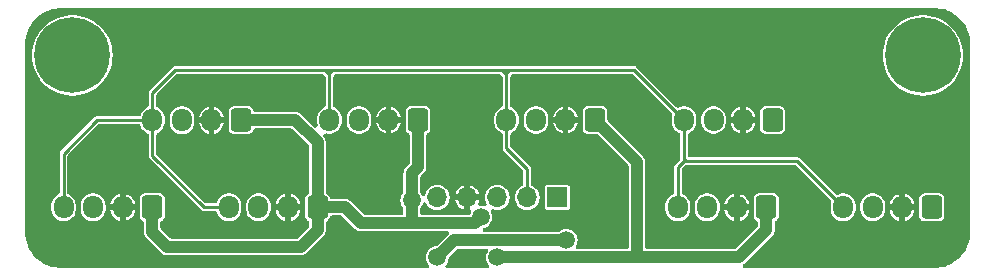
<source format=gbr>
%TF.GenerationSoftware,KiCad,Pcbnew,8.0.2*%
%TF.CreationDate,2024-05-30T14:14:33+02:00*%
%TF.ProjectId,Sensors_expansion_board,53656e73-6f72-4735-9f65-7870616e7369,1.0*%
%TF.SameCoordinates,Original*%
%TF.FileFunction,Copper,L2,Bot*%
%TF.FilePolarity,Positive*%
%FSLAX46Y46*%
G04 Gerber Fmt 4.6, Leading zero omitted, Abs format (unit mm)*
G04 Created by KiCad (PCBNEW 8.0.2) date 2024-05-30 14:14:33*
%MOMM*%
%LPD*%
G01*
G04 APERTURE LIST*
G04 Aperture macros list*
%AMRoundRect*
0 Rectangle with rounded corners*
0 $1 Rounding radius*
0 $2 $3 $4 $5 $6 $7 $8 $9 X,Y pos of 4 corners*
0 Add a 4 corners polygon primitive as box body*
4,1,4,$2,$3,$4,$5,$6,$7,$8,$9,$2,$3,0*
0 Add four circle primitives for the rounded corners*
1,1,$1+$1,$2,$3*
1,1,$1+$1,$4,$5*
1,1,$1+$1,$6,$7*
1,1,$1+$1,$8,$9*
0 Add four rect primitives between the rounded corners*
20,1,$1+$1,$2,$3,$4,$5,0*
20,1,$1+$1,$4,$5,$6,$7,0*
20,1,$1+$1,$6,$7,$8,$9,0*
20,1,$1+$1,$8,$9,$2,$3,0*%
G04 Aperture macros list end*
%TA.AperFunction,ComponentPad*%
%ADD10RoundRect,0.250000X0.600000X0.725000X-0.600000X0.725000X-0.600000X-0.725000X0.600000X-0.725000X0*%
%TD*%
%TA.AperFunction,ComponentPad*%
%ADD11O,1.700000X1.950000*%
%TD*%
%TA.AperFunction,ComponentPad*%
%ADD12C,0.800000*%
%TD*%
%TA.AperFunction,ComponentPad*%
%ADD13C,6.400000*%
%TD*%
%TA.AperFunction,ComponentPad*%
%ADD14R,1.700000X1.700000*%
%TD*%
%TA.AperFunction,ComponentPad*%
%ADD15O,1.700000X1.700000*%
%TD*%
%TA.AperFunction,ViaPad*%
%ADD16C,1.500000*%
%TD*%
%TA.AperFunction,ViaPad*%
%ADD17C,0.460000*%
%TD*%
%TA.AperFunction,Conductor*%
%ADD18C,1.000000*%
%TD*%
%TA.AperFunction,Conductor*%
%ADD19C,0.250000*%
%TD*%
G04 APERTURE END LIST*
D10*
%TO.P,J6,1,Pin_1*%
%TO.N,+3V3*%
X203196800Y-93450000D03*
D11*
%TO.P,J6,2,Pin_2*%
%TO.N,GND*%
X200696800Y-93450000D03*
%TO.P,J6,3,Pin_3*%
%TO.N,/I2C_SCL*%
X198196800Y-93450000D03*
%TO.P,J6,4,Pin_4*%
%TO.N,/I2C_SDA*%
X195696800Y-93450000D03*
%TD*%
D10*
%TO.P,J7,1,Pin_1*%
%TO.N,+3V3*%
X217700000Y-100833000D03*
D11*
%TO.P,J7,2,Pin_2*%
%TO.N,GND*%
X215200000Y-100833000D03*
%TO.P,J7,3,Pin_3*%
%TO.N,/I2C_SCL*%
X212700000Y-100833000D03*
%TO.P,J7,4,Pin_4*%
%TO.N,/I2C_SDA*%
X210200000Y-100833000D03*
%TD*%
D10*
%TO.P,J9,1,Pin_1*%
%TO.N,+5V*%
X231700000Y-100833000D03*
D11*
%TO.P,J9,2,Pin_2*%
%TO.N,GND*%
X229200000Y-100833000D03*
%TO.P,J9,3,Pin_3*%
%TO.N,/I2C_SCL*%
X226700000Y-100833000D03*
%TO.P,J9,4,Pin_4*%
%TO.N,/I2C_SDA*%
X224200000Y-100833000D03*
%TD*%
D10*
%TO.P,J8,1,Pin_1*%
%TO.N,+5V*%
X218233600Y-93450000D03*
D11*
%TO.P,J8,2,Pin_2*%
%TO.N,GND*%
X215733600Y-93450000D03*
%TO.P,J8,3,Pin_3*%
%TO.N,/I2C_SCL*%
X213233600Y-93450000D03*
%TO.P,J8,4,Pin_4*%
%TO.N,/I2C_SDA*%
X210733600Y-93450000D03*
%TD*%
D12*
%TO.P,H2,1*%
%TO.N,N/C*%
X228550000Y-87975000D03*
X229252944Y-86277944D03*
X229252944Y-89672056D03*
X230950000Y-85575000D03*
D13*
X230950000Y-87975000D03*
D12*
X230950000Y-90375000D03*
X232647056Y-86277944D03*
X232647056Y-89672056D03*
X233350000Y-87975000D03*
%TD*%
D10*
%TO.P,J1,1,Pin_1*%
%TO.N,+3V3*%
X173224800Y-93461400D03*
D11*
%TO.P,J1,2,Pin_2*%
%TO.N,GND*%
X170724800Y-93461400D03*
%TO.P,J1,3,Pin_3*%
%TO.N,/I2C_SCL*%
X168224800Y-93461400D03*
%TO.P,J1,4,Pin_4*%
%TO.N,/I2C_SDA*%
X165724800Y-93461400D03*
%TD*%
D10*
%TO.P,J2,1,Pin_1*%
%TO.N,+3V3*%
X165700000Y-100833000D03*
D11*
%TO.P,J2,2,Pin_2*%
%TO.N,GND*%
X163200000Y-100833000D03*
%TO.P,J2,3,Pin_3*%
%TO.N,/I2C_SCL*%
X160700000Y-100833000D03*
%TO.P,J2,4,Pin_4*%
%TO.N,/I2C_SDA*%
X158200000Y-100833000D03*
%TD*%
D10*
%TO.P,J4,1,Pin_1*%
%TO.N,+3V3*%
X188210800Y-93450000D03*
D11*
%TO.P,J4,2,Pin_2*%
%TO.N,GND*%
X185710800Y-93450000D03*
%TO.P,J4,3,Pin_3*%
%TO.N,/I2C_SCL*%
X183210800Y-93450000D03*
%TO.P,J4,4,Pin_4*%
%TO.N,/I2C_SDA*%
X180710800Y-93450000D03*
%TD*%
D10*
%TO.P,J5,1,Pin_1*%
%TO.N,+3V3*%
X179700000Y-100833000D03*
D11*
%TO.P,J5,2,Pin_2*%
%TO.N,GND*%
X177200000Y-100833000D03*
%TO.P,J5,3,Pin_3*%
%TO.N,/I2C_SCL*%
X174700000Y-100833000D03*
%TO.P,J5,4,Pin_4*%
%TO.N,/I2C_SDA*%
X172200000Y-100833000D03*
%TD*%
D12*
%TO.P,H1,1*%
%TO.N,N/C*%
X156550000Y-87975000D03*
X157252944Y-86277944D03*
X157252944Y-89672056D03*
X158950000Y-85575000D03*
D13*
X158950000Y-87975000D03*
D12*
X158950000Y-90375000D03*
X160647056Y-86277944D03*
X160647056Y-89672056D03*
X161350000Y-87975000D03*
%TD*%
D14*
%TO.P,J3,1,Pin_1*%
%TO.N,/I2C_SCL*%
X200000000Y-100000000D03*
D15*
%TO.P,J3,2,Pin_2*%
%TO.N,/I2C_SDA*%
X197460000Y-100000000D03*
%TO.P,J3,3,Pin_3*%
%TO.N,+3V3*%
X194920000Y-100000000D03*
%TO.P,J3,4,Pin_4*%
%TO.N,GND*%
X192380000Y-100000000D03*
%TO.P,J3,5,Pin_5*%
%TO.N,+5V*%
X189840000Y-100000000D03*
%TD*%
D16*
%TO.N,+3V3*%
X187681000Y-100254000D03*
X194920000Y-105080000D03*
X193548400Y-101676400D03*
D17*
%TO.N,GND*%
X226924000Y-86411000D03*
X233147000Y-93523000D03*
X194920000Y-86411000D03*
X191999000Y-105334000D03*
X185522000Y-104699000D03*
X163043000Y-86411000D03*
X179045000Y-86411000D03*
X211049000Y-86411000D03*
D16*
%TO.N,+5V*%
X200762000Y-103630500D03*
X189840000Y-105080000D03*
%TD*%
D18*
%TO.N,+3V3*%
X193065800Y-102159000D02*
X187681000Y-102159000D01*
X187681000Y-102159000D02*
X183363000Y-102159000D01*
X187681000Y-97968000D02*
X187681000Y-102159000D01*
X182037000Y-100833000D02*
X179700000Y-100833000D01*
X183363000Y-102159000D02*
X182037000Y-100833000D01*
X206750000Y-97003200D02*
X206750000Y-105061000D01*
X166980000Y-104191000D02*
X165700000Y-102911000D01*
X194920000Y-105080000D02*
X206731000Y-105080000D01*
X179700000Y-100833000D02*
X179700000Y-102774000D01*
X173236200Y-93450000D02*
X173224800Y-93461400D01*
X203196800Y-93450000D02*
X206750000Y-97003200D01*
X193548400Y-101676400D02*
X193065800Y-102159000D01*
X206731000Y-105080000D02*
X215367000Y-105080000D01*
X178283000Y-104191000D02*
X166980000Y-104191000D01*
X217700000Y-102747000D02*
X217700000Y-100833000D01*
X165700000Y-102911000D02*
X165700000Y-100833000D01*
X206750000Y-105061000D02*
X206731000Y-105080000D01*
X188210800Y-97438200D02*
X187681000Y-97968000D01*
X177829000Y-93450000D02*
X173236200Y-93450000D01*
X215367000Y-105080000D02*
X217700000Y-102747000D01*
X179700000Y-100833000D02*
X179700000Y-95321000D01*
X179700000Y-102774000D02*
X178283000Y-104191000D01*
X179700000Y-95321000D02*
X177829000Y-93450000D01*
X188210800Y-93450000D02*
X188210800Y-97438200D01*
%TO.N,+5V*%
X191289500Y-103630500D02*
X189840000Y-105080000D01*
X200762000Y-103630500D02*
X191289500Y-103630500D01*
D19*
%TO.N,/I2C_SDA*%
X165724800Y-91157000D02*
X165724800Y-93461400D01*
X165724800Y-96458800D02*
X165724800Y-93461400D01*
X195696800Y-93450000D02*
X195696800Y-89217000D01*
X210733600Y-96661800D02*
X210733600Y-93450000D01*
X224200000Y-100833000D02*
X220264400Y-96897400D01*
X210733600Y-96897400D02*
X210733600Y-96865000D01*
X197460000Y-97587000D02*
X195696800Y-95823800D01*
X199250000Y-89217000D02*
X206500600Y-89217000D01*
X180710800Y-93450000D02*
X180710800Y-89231000D01*
X172200000Y-100833000D02*
X170099000Y-100833000D01*
X180724800Y-89217000D02*
X183236000Y-89217000D01*
X210867600Y-96897400D02*
X210733600Y-96763400D01*
X167664800Y-89217000D02*
X165724800Y-91157000D01*
X210733600Y-96763400D02*
X210733600Y-96661800D01*
X210200000Y-100833000D02*
X210200000Y-97431000D01*
X210733600Y-96865000D02*
X210733600Y-96661800D01*
X170099000Y-100833000D02*
X165724800Y-96458800D01*
X195696800Y-95823800D02*
X195696800Y-93450000D01*
X165724800Y-93461400D02*
X165713400Y-93450000D01*
X197460000Y-100000000D02*
X197460000Y-97587000D01*
X165713400Y-93450000D02*
X161044200Y-93450000D01*
X195696800Y-89217000D02*
X199250000Y-89217000D01*
X199250000Y-89217000D02*
X167664800Y-89217000D01*
X158200000Y-96294200D02*
X158200000Y-100833000D01*
X220264400Y-96897400D02*
X210867600Y-96897400D01*
X161044200Y-93450000D02*
X158200000Y-96294200D01*
X180710800Y-89231000D02*
X180724800Y-89217000D01*
X206500600Y-89217000D02*
X210733600Y-93450000D01*
X210200000Y-97431000D02*
X210733600Y-96897400D01*
X210867600Y-96897400D02*
X210733600Y-96897400D01*
%TD*%
%TA.AperFunction,Conductor*%
%TO.N,GND*%
G36*
X231951212Y-83975016D02*
G01*
X232109799Y-83977240D01*
X232126835Y-83978316D01*
X232443215Y-84013964D01*
X232462439Y-84017230D01*
X232722665Y-84076625D01*
X232771627Y-84087801D01*
X232790376Y-84093202D01*
X233089730Y-84197950D01*
X233107753Y-84205415D01*
X233393498Y-84343022D01*
X233410575Y-84352461D01*
X233679108Y-84521191D01*
X233695014Y-84532476D01*
X233897101Y-84693635D01*
X233942971Y-84730215D01*
X233957521Y-84743217D01*
X234181782Y-84967478D01*
X234194784Y-84982028D01*
X234392517Y-85229977D01*
X234403808Y-85245891D01*
X234572538Y-85514424D01*
X234581977Y-85531501D01*
X234719582Y-85817241D01*
X234727049Y-85835269D01*
X234831797Y-86134623D01*
X234837198Y-86153372D01*
X234907767Y-86462553D01*
X234911036Y-86481790D01*
X234946682Y-86798160D01*
X234947759Y-86815202D01*
X234949983Y-86973786D01*
X234950000Y-86976226D01*
X234950000Y-102973773D01*
X234949983Y-102976213D01*
X234947759Y-103134797D01*
X234946682Y-103151839D01*
X234911036Y-103468209D01*
X234907767Y-103487446D01*
X234837198Y-103796627D01*
X234831797Y-103815376D01*
X234727049Y-104114730D01*
X234719582Y-104132758D01*
X234581977Y-104418498D01*
X234572538Y-104435575D01*
X234403808Y-104704108D01*
X234392517Y-104720022D01*
X234194784Y-104967971D01*
X234181782Y-104982521D01*
X233957521Y-105206782D01*
X233942971Y-105219784D01*
X233695022Y-105417517D01*
X233679108Y-105428808D01*
X233410575Y-105597538D01*
X233393498Y-105606977D01*
X233107758Y-105744582D01*
X233089730Y-105752049D01*
X232790376Y-105856797D01*
X232771627Y-105862198D01*
X232462446Y-105932767D01*
X232443209Y-105936036D01*
X232126839Y-105971682D01*
X232109797Y-105972759D01*
X231954799Y-105974932D01*
X231951211Y-105974983D01*
X231948774Y-105975000D01*
X215862006Y-105975000D01*
X215781144Y-105955069D01*
X215718807Y-105899843D01*
X215689275Y-105821973D01*
X215699313Y-105739299D01*
X215746623Y-105670759D01*
X215765337Y-105656324D01*
X215813543Y-105624114D01*
X218244114Y-103193543D01*
X218320775Y-103078811D01*
X218373580Y-102951329D01*
X218378934Y-102924409D01*
X218400500Y-102815993D01*
X218400500Y-102123576D01*
X218420431Y-102042714D01*
X218475657Y-101980377D01*
X218501530Y-101967222D01*
X218501353Y-101966886D01*
X218512876Y-101960794D01*
X218512882Y-101960793D01*
X218622150Y-101880150D01*
X218702793Y-101770882D01*
X218747646Y-101642699D01*
X218750500Y-101612266D01*
X218750500Y-100053734D01*
X218747646Y-100023301D01*
X218702793Y-99895118D01*
X218700509Y-99892023D01*
X218622154Y-99785855D01*
X218622152Y-99785853D01*
X218622150Y-99785850D01*
X218622146Y-99785847D01*
X218622144Y-99785845D01*
X218512884Y-99705208D01*
X218512882Y-99705207D01*
X218413329Y-99670372D01*
X218384700Y-99660354D01*
X218369482Y-99658927D01*
X218354266Y-99657500D01*
X217045734Y-99657500D01*
X217035589Y-99658451D01*
X217015299Y-99660354D01*
X216943089Y-99685622D01*
X216887118Y-99705207D01*
X216887117Y-99705207D01*
X216887116Y-99705208D01*
X216887115Y-99705208D01*
X216777855Y-99785845D01*
X216777845Y-99785855D01*
X216697208Y-99895115D01*
X216697208Y-99895116D01*
X216652354Y-100023299D01*
X216649500Y-100053735D01*
X216649500Y-101612264D01*
X216652354Y-101642700D01*
X216664146Y-101676398D01*
X216697207Y-101770882D01*
X216697208Y-101770883D01*
X216697208Y-101770884D01*
X216777845Y-101880144D01*
X216777847Y-101880146D01*
X216777850Y-101880150D01*
X216777853Y-101880152D01*
X216777855Y-101880154D01*
X216887115Y-101960791D01*
X216887118Y-101960793D01*
X216887120Y-101960793D01*
X216898647Y-101966886D01*
X216897590Y-101968885D01*
X216952702Y-102004851D01*
X216993306Y-102077564D01*
X216999500Y-102123576D01*
X216999500Y-102384769D01*
X216979569Y-102465631D01*
X216948537Y-102507806D01*
X215127806Y-104328537D01*
X215056535Y-104371621D01*
X215004769Y-104379500D01*
X207624500Y-104379500D01*
X207543638Y-104359569D01*
X207481301Y-104304343D01*
X207451769Y-104226473D01*
X207450500Y-104205500D01*
X207450500Y-96934209D01*
X207450499Y-96934204D01*
X207441515Y-96889039D01*
X207441514Y-96889036D01*
X207423580Y-96798872D01*
X207370775Y-96671389D01*
X207294114Y-96556657D01*
X204298263Y-93560806D01*
X204255179Y-93489535D01*
X204247300Y-93437769D01*
X204247300Y-92670735D01*
X204245857Y-92655347D01*
X204244446Y-92640301D01*
X204199593Y-92512118D01*
X204197309Y-92509023D01*
X204118954Y-92402855D01*
X204118952Y-92402853D01*
X204118950Y-92402850D01*
X204118946Y-92402847D01*
X204118944Y-92402845D01*
X204009684Y-92322208D01*
X204009682Y-92322207D01*
X203942708Y-92298772D01*
X203881500Y-92277354D01*
X203866282Y-92275927D01*
X203851066Y-92274500D01*
X202542534Y-92274500D01*
X202532389Y-92275451D01*
X202512099Y-92277354D01*
X202435505Y-92304156D01*
X202383918Y-92322207D01*
X202383917Y-92322207D01*
X202383916Y-92322208D01*
X202383915Y-92322208D01*
X202274655Y-92402845D01*
X202274645Y-92402855D01*
X202194008Y-92512115D01*
X202194008Y-92512116D01*
X202149154Y-92640299D01*
X202146300Y-92670735D01*
X202146300Y-94229264D01*
X202149154Y-94259700D01*
X202153143Y-94271099D01*
X202194007Y-94387882D01*
X202194008Y-94387883D01*
X202194008Y-94387884D01*
X202274645Y-94497144D01*
X202274647Y-94497146D01*
X202274650Y-94497150D01*
X202274653Y-94497152D01*
X202274655Y-94497154D01*
X202383915Y-94577791D01*
X202383918Y-94577793D01*
X202512101Y-94622646D01*
X202542534Y-94625500D01*
X203309569Y-94625500D01*
X203390431Y-94645431D01*
X203432606Y-94676463D01*
X205998537Y-97242394D01*
X206041621Y-97313665D01*
X206049500Y-97365431D01*
X206049500Y-104205500D01*
X206029569Y-104286362D01*
X205974343Y-104348699D01*
X205896473Y-104378231D01*
X205875500Y-104379500D01*
X201729714Y-104379500D01*
X201648852Y-104359569D01*
X201586515Y-104304343D01*
X201556983Y-104226473D01*
X201567021Y-104143799D01*
X201576259Y-104123478D01*
X201603414Y-104072673D01*
X201644396Y-103996001D01*
X201698747Y-103816831D01*
X201717099Y-103630500D01*
X201698747Y-103444169D01*
X201644396Y-103264999D01*
X201556136Y-103099875D01*
X201552300Y-103095201D01*
X201437363Y-102955150D01*
X201437361Y-102955148D01*
X201437357Y-102955143D01*
X201437351Y-102955138D01*
X201437349Y-102955136D01*
X201292627Y-102836365D01*
X201127498Y-102748102D01*
X200948333Y-102693753D01*
X200948335Y-102693753D01*
X200762001Y-102675401D01*
X200761999Y-102675401D01*
X200575665Y-102693753D01*
X200396501Y-102748102D01*
X200231377Y-102836362D01*
X200231374Y-102836364D01*
X200165407Y-102890503D01*
X200090256Y-102926395D01*
X200055022Y-102930000D01*
X193863219Y-102930000D01*
X193782357Y-102910069D01*
X193720020Y-102854843D01*
X193690488Y-102776973D01*
X193700526Y-102694299D01*
X193747836Y-102625759D01*
X193812709Y-102589493D01*
X193913898Y-102558797D01*
X193913898Y-102558796D01*
X193913901Y-102558796D01*
X194079025Y-102470536D01*
X194223757Y-102351757D01*
X194342536Y-102207025D01*
X194430796Y-102041901D01*
X194440929Y-102008499D01*
X194477196Y-101888941D01*
X194485147Y-101862731D01*
X194503499Y-101676400D01*
X194485147Y-101490069D01*
X194475186Y-101457231D01*
X194430797Y-101310901D01*
X194398180Y-101249878D01*
X194377640Y-101169169D01*
X194396960Y-101088159D01*
X194451714Y-101025407D01*
X194529359Y-100995288D01*
X194602142Y-101001348D01*
X194714066Y-101035300D01*
X194901534Y-101053764D01*
X194919999Y-101055583D01*
X194920000Y-101055583D01*
X194920001Y-101055583D01*
X194988644Y-101048822D01*
X195125934Y-101035300D01*
X195323954Y-100975232D01*
X195506450Y-100877685D01*
X195666410Y-100746410D01*
X195797685Y-100586450D01*
X195895232Y-100403954D01*
X195955300Y-100205934D01*
X195969935Y-100057343D01*
X195975583Y-100000001D01*
X195975583Y-99999998D01*
X195955300Y-99794067D01*
X195952809Y-99785855D01*
X195895232Y-99596046D01*
X195891738Y-99589510D01*
X195797685Y-99413550D01*
X195666707Y-99253952D01*
X195666410Y-99253590D01*
X195516125Y-99130255D01*
X195506449Y-99122314D01*
X195323957Y-99024769D01*
X195125932Y-98964699D01*
X194920001Y-98944417D01*
X194919999Y-98944417D01*
X194714067Y-98964699D01*
X194516042Y-99024769D01*
X194333550Y-99122314D01*
X194173595Y-99253585D01*
X194173585Y-99253595D01*
X194042314Y-99413550D01*
X193944769Y-99596042D01*
X193884699Y-99794067D01*
X193864417Y-99999998D01*
X193864417Y-100000001D01*
X193884699Y-100205932D01*
X193944769Y-100403958D01*
X194001552Y-100510189D01*
X194022093Y-100590898D01*
X194002774Y-100671908D01*
X193948020Y-100734661D01*
X193870376Y-100764781D01*
X193797589Y-100758721D01*
X193756986Y-100746404D01*
X193734729Y-100739652D01*
X193548401Y-100721301D01*
X193548396Y-100721301D01*
X193488809Y-100727169D01*
X193406383Y-100715259D01*
X193338933Y-100666409D01*
X193301912Y-100591808D01*
X193303799Y-100508547D01*
X193318302Y-100471983D01*
X193354766Y-100403764D01*
X193401410Y-100250000D01*
X192813012Y-100250000D01*
X192845925Y-100192993D01*
X192880000Y-100065826D01*
X192880000Y-99934174D01*
X192845925Y-99807007D01*
X192813012Y-99750000D01*
X193401410Y-99750000D01*
X193354766Y-99596234D01*
X193354764Y-99596230D01*
X193257268Y-99413827D01*
X193126061Y-99253952D01*
X193126047Y-99253938D01*
X192966172Y-99122731D01*
X192783761Y-99025231D01*
X192783762Y-99025231D01*
X192630000Y-98978587D01*
X192630000Y-99566988D01*
X192572993Y-99534075D01*
X192445826Y-99500000D01*
X192314174Y-99500000D01*
X192187007Y-99534075D01*
X192130000Y-99566988D01*
X192130000Y-98978588D01*
X192129999Y-98978587D01*
X191976238Y-99025231D01*
X191793827Y-99122731D01*
X191633952Y-99253938D01*
X191633938Y-99253952D01*
X191502731Y-99413827D01*
X191405235Y-99596230D01*
X191405233Y-99596234D01*
X191358590Y-99750000D01*
X191946988Y-99750000D01*
X191914075Y-99807007D01*
X191880000Y-99934174D01*
X191880000Y-100065826D01*
X191914075Y-100192993D01*
X191946988Y-100250000D01*
X191358590Y-100250000D01*
X191405233Y-100403765D01*
X191405235Y-100403769D01*
X191502731Y-100586172D01*
X191633938Y-100746047D01*
X191633952Y-100746061D01*
X191793827Y-100877268D01*
X191976230Y-100974764D01*
X191976234Y-100974766D01*
X192130000Y-101021410D01*
X192130000Y-100433012D01*
X192187007Y-100465925D01*
X192314174Y-100500000D01*
X192445826Y-100500000D01*
X192572993Y-100465925D01*
X192630000Y-100433012D01*
X192630000Y-101021411D01*
X192646034Y-101033303D01*
X192699110Y-101097482D01*
X192716282Y-101178974D01*
X192695838Y-101255081D01*
X192666004Y-101310898D01*
X192666004Y-101310899D01*
X192658689Y-101335009D01*
X192616146Y-101406603D01*
X192545203Y-101450225D01*
X192492183Y-101458500D01*
X188555500Y-101458500D01*
X188474638Y-101438569D01*
X188412301Y-101383343D01*
X188382769Y-101305473D01*
X188381500Y-101284500D01*
X188381500Y-100960978D01*
X188401431Y-100880116D01*
X188420997Y-100850593D01*
X188475136Y-100784625D01*
X188563396Y-100619501D01*
X188592280Y-100524282D01*
X188634825Y-100452690D01*
X188705768Y-100409068D01*
X188788858Y-100403412D01*
X188865058Y-100437017D01*
X188912241Y-100492770D01*
X188962314Y-100586449D01*
X188989439Y-100619501D01*
X189093590Y-100746410D01*
X189253550Y-100877685D01*
X189436046Y-100975232D01*
X189634066Y-101035300D01*
X189737033Y-101045441D01*
X189839999Y-101055583D01*
X189840000Y-101055583D01*
X189840001Y-101055583D01*
X189908644Y-101048822D01*
X190045934Y-101035300D01*
X190243954Y-100975232D01*
X190426450Y-100877685D01*
X190586410Y-100746410D01*
X190717685Y-100586450D01*
X190815232Y-100403954D01*
X190875300Y-100205934D01*
X190889935Y-100057343D01*
X190895583Y-100000001D01*
X190895583Y-99999998D01*
X190875300Y-99794067D01*
X190872809Y-99785855D01*
X190815232Y-99596046D01*
X190811738Y-99589510D01*
X190717685Y-99413550D01*
X190586707Y-99253952D01*
X190586410Y-99253590D01*
X190436125Y-99130255D01*
X190426449Y-99122314D01*
X190243957Y-99024769D01*
X190045932Y-98964699D01*
X189840001Y-98944417D01*
X189839999Y-98944417D01*
X189634067Y-98964699D01*
X189436042Y-99024769D01*
X189253550Y-99122314D01*
X189093595Y-99253585D01*
X189093585Y-99253595D01*
X188962314Y-99413550D01*
X188864770Y-99596040D01*
X188864768Y-99596045D01*
X188864768Y-99596046D01*
X188831654Y-99705209D01*
X188821002Y-99740325D01*
X188778456Y-99811919D01*
X188707512Y-99855541D01*
X188624423Y-99861197D01*
X188548222Y-99827591D01*
X188501040Y-99771838D01*
X188475136Y-99723375D01*
X188420996Y-99657405D01*
X188385105Y-99582254D01*
X188381500Y-99547021D01*
X188381500Y-98330230D01*
X188401431Y-98249368D01*
X188432463Y-98207193D01*
X188754913Y-97884743D01*
X188779822Y-97847465D01*
X188831575Y-97770011D01*
X188864110Y-97691465D01*
X188864111Y-97691464D01*
X188884379Y-97642532D01*
X188885640Y-97636195D01*
X188889734Y-97615609D01*
X188911300Y-97507193D01*
X188911300Y-94740576D01*
X188931231Y-94659714D01*
X188986457Y-94597377D01*
X189012330Y-94584222D01*
X189012153Y-94583886D01*
X189023676Y-94577794D01*
X189023682Y-94577793D01*
X189132950Y-94497150D01*
X189213593Y-94387882D01*
X189258446Y-94259699D01*
X189261300Y-94229266D01*
X189261300Y-92670734D01*
X189258446Y-92640301D01*
X189213593Y-92512118D01*
X189211309Y-92509023D01*
X189132954Y-92402855D01*
X189132952Y-92402853D01*
X189132950Y-92402850D01*
X189132946Y-92402847D01*
X189132944Y-92402845D01*
X189023684Y-92322208D01*
X189023682Y-92322207D01*
X188956708Y-92298772D01*
X188895500Y-92277354D01*
X188880282Y-92275927D01*
X188865066Y-92274500D01*
X187556534Y-92274500D01*
X187546389Y-92275451D01*
X187526099Y-92277354D01*
X187449505Y-92304156D01*
X187397918Y-92322207D01*
X187397917Y-92322207D01*
X187397916Y-92322208D01*
X187397915Y-92322208D01*
X187288655Y-92402845D01*
X187288645Y-92402855D01*
X187208008Y-92512115D01*
X187208008Y-92512116D01*
X187163154Y-92640299D01*
X187160300Y-92670735D01*
X187160300Y-94229264D01*
X187163154Y-94259700D01*
X187167143Y-94271099D01*
X187208007Y-94387882D01*
X187208008Y-94387883D01*
X187208008Y-94387884D01*
X187288645Y-94497144D01*
X187288647Y-94497146D01*
X187288650Y-94497150D01*
X187288653Y-94497152D01*
X187288655Y-94497154D01*
X187397915Y-94577791D01*
X187397918Y-94577793D01*
X187397920Y-94577793D01*
X187409447Y-94583886D01*
X187408390Y-94585885D01*
X187463502Y-94621851D01*
X187504106Y-94694564D01*
X187510300Y-94740576D01*
X187510300Y-97075969D01*
X187490369Y-97156831D01*
X187459337Y-97199005D01*
X187136886Y-97521456D01*
X187060224Y-97636189D01*
X187060222Y-97636195D01*
X187007421Y-97763668D01*
X187007420Y-97763670D01*
X186982231Y-97890309D01*
X186982230Y-97890312D01*
X186980500Y-97899008D01*
X186980500Y-99547021D01*
X186960569Y-99627883D01*
X186941004Y-99657405D01*
X186886863Y-99723375D01*
X186798603Y-99888499D01*
X186744253Y-100067665D01*
X186725901Y-100253998D01*
X186725901Y-100254001D01*
X186744253Y-100440334D01*
X186798602Y-100619498D01*
X186886862Y-100784622D01*
X186886864Y-100784625D01*
X186941003Y-100850593D01*
X186976895Y-100925744D01*
X186980500Y-100960978D01*
X186980500Y-101284500D01*
X186960569Y-101365362D01*
X186905343Y-101427699D01*
X186827473Y-101457231D01*
X186806500Y-101458500D01*
X183725231Y-101458500D01*
X183644369Y-101438569D01*
X183602194Y-101407537D01*
X183045250Y-100850593D01*
X182483543Y-100288886D01*
X182368811Y-100212225D01*
X182368812Y-100212225D01*
X182368810Y-100212224D01*
X182368804Y-100212222D01*
X182241329Y-100159420D01*
X182207494Y-100152690D01*
X182105994Y-100132500D01*
X182105993Y-100132500D01*
X182105991Y-100132500D01*
X180909316Y-100132500D01*
X180828454Y-100112569D01*
X180766117Y-100057343D01*
X180745080Y-100015969D01*
X180702793Y-99895118D01*
X180700509Y-99892023D01*
X180622154Y-99785855D01*
X180622152Y-99785853D01*
X180622150Y-99785850D01*
X180622146Y-99785847D01*
X180622144Y-99785845D01*
X180512886Y-99705209D01*
X180501351Y-99699113D01*
X180502407Y-99697113D01*
X180447289Y-99661139D01*
X180406691Y-99588423D01*
X180400500Y-99542423D01*
X180400500Y-95252010D01*
X180400500Y-95252007D01*
X180373580Y-95116672D01*
X180320775Y-94989189D01*
X180244114Y-94874457D01*
X180244112Y-94874455D01*
X180238691Y-94867849D01*
X180240870Y-94866060D01*
X180205664Y-94807821D01*
X180200635Y-94724691D01*
X180234815Y-94648746D01*
X180300373Y-94597384D01*
X180382291Y-94582372D01*
X180405720Y-94585396D01*
X180607335Y-94625500D01*
X180607338Y-94625500D01*
X180814262Y-94625500D01*
X180814265Y-94625500D01*
X181017220Y-94585130D01*
X181208398Y-94505941D01*
X181380455Y-94390977D01*
X181526777Y-94244655D01*
X181641741Y-94072598D01*
X181720930Y-93881420D01*
X181761300Y-93678465D01*
X181761300Y-93221535D01*
X182160300Y-93221535D01*
X182160300Y-93678465D01*
X182200670Y-93881420D01*
X182218722Y-93925000D01*
X182234571Y-93963265D01*
X182279859Y-94072598D01*
X182394823Y-94244655D01*
X182541145Y-94390977D01*
X182713202Y-94505941D01*
X182904380Y-94585130D01*
X183107335Y-94625500D01*
X183107338Y-94625500D01*
X183314262Y-94625500D01*
X183314265Y-94625500D01*
X183517220Y-94585130D01*
X183708398Y-94505941D01*
X183880455Y-94390977D01*
X184026777Y-94244655D01*
X184141741Y-94072598D01*
X184220930Y-93881420D01*
X184261300Y-93678465D01*
X184261300Y-93221535D01*
X184257016Y-93199999D01*
X184665093Y-93199999D01*
X184665093Y-93200000D01*
X185306654Y-93200000D01*
X185268170Y-93266657D01*
X185235800Y-93387465D01*
X185235800Y-93512535D01*
X185268170Y-93633343D01*
X185306654Y-93700000D01*
X184665093Y-93700000D01*
X184701150Y-93881275D01*
X184701151Y-93881276D01*
X184780300Y-94072360D01*
X184780301Y-94072362D01*
X184895207Y-94244331D01*
X185041468Y-94390592D01*
X185213437Y-94505498D01*
X185213439Y-94505499D01*
X185404521Y-94584647D01*
X185404527Y-94584649D01*
X185460800Y-94595842D01*
X185460800Y-93854145D01*
X185527457Y-93892630D01*
X185648265Y-93925000D01*
X185773335Y-93925000D01*
X185894143Y-93892630D01*
X185960800Y-93854145D01*
X185960800Y-94595842D01*
X186017072Y-94584649D01*
X186017078Y-94584647D01*
X186208160Y-94505499D01*
X186208162Y-94505498D01*
X186380131Y-94390592D01*
X186526392Y-94244331D01*
X186641298Y-94072362D01*
X186641299Y-94072360D01*
X186720448Y-93881276D01*
X186720449Y-93881275D01*
X186756507Y-93700000D01*
X186114946Y-93700000D01*
X186153430Y-93633343D01*
X186185800Y-93512535D01*
X186185800Y-93387465D01*
X186153430Y-93266657D01*
X186114946Y-93200000D01*
X186756507Y-93200000D01*
X186756506Y-93199999D01*
X186720449Y-93018724D01*
X186720448Y-93018723D01*
X186641299Y-92827639D01*
X186641298Y-92827637D01*
X186526392Y-92655668D01*
X186380131Y-92509407D01*
X186208162Y-92394501D01*
X186208160Y-92394500D01*
X186017074Y-92315350D01*
X185960800Y-92304156D01*
X185960800Y-93045854D01*
X185894143Y-93007370D01*
X185773335Y-92975000D01*
X185648265Y-92975000D01*
X185527457Y-93007370D01*
X185460800Y-93045854D01*
X185460800Y-92304156D01*
X185404525Y-92315350D01*
X185213439Y-92394500D01*
X185213437Y-92394501D01*
X185041468Y-92509407D01*
X184895207Y-92655668D01*
X184780301Y-92827637D01*
X184780300Y-92827639D01*
X184701151Y-93018723D01*
X184701150Y-93018724D01*
X184665093Y-93199999D01*
X184257016Y-93199999D01*
X184220930Y-93018580D01*
X184141741Y-92827402D01*
X184026777Y-92655345D01*
X183880455Y-92509023D01*
X183708398Y-92394059D01*
X183708395Y-92394057D01*
X183708394Y-92394057D01*
X183552074Y-92329307D01*
X183517220Y-92314870D01*
X183314265Y-92274500D01*
X183107335Y-92274500D01*
X182904380Y-92314870D01*
X182904377Y-92314871D01*
X182713205Y-92394057D01*
X182713202Y-92394059D01*
X182541147Y-92509021D01*
X182394821Y-92655347D01*
X182279859Y-92827402D01*
X182279857Y-92827405D01*
X182213999Y-92986400D01*
X182200670Y-93018580D01*
X182160300Y-93221535D01*
X181761300Y-93221535D01*
X181720930Y-93018580D01*
X181641741Y-92827402D01*
X181526777Y-92655345D01*
X181380455Y-92509023D01*
X181379677Y-92508503D01*
X181208398Y-92394058D01*
X181208395Y-92394057D01*
X181143713Y-92367265D01*
X181076633Y-92317907D01*
X181040175Y-92243029D01*
X181036300Y-92206510D01*
X181036300Y-89787346D01*
X181056231Y-89706484D01*
X181079161Y-89672984D01*
X181140954Y-89602131D01*
X181209122Y-89554292D01*
X181272087Y-89542500D01*
X183278853Y-89542500D01*
X195105922Y-89542500D01*
X195186784Y-89562431D01*
X195238459Y-89603762D01*
X195329837Y-89711188D01*
X195367048Y-89785695D01*
X195371300Y-89823926D01*
X195371300Y-92206510D01*
X195351369Y-92287372D01*
X195296143Y-92349709D01*
X195263887Y-92367265D01*
X195199204Y-92394057D01*
X195199201Y-92394058D01*
X195027147Y-92509021D01*
X194880821Y-92655347D01*
X194765859Y-92827402D01*
X194765857Y-92827405D01*
X194699999Y-92986400D01*
X194686670Y-93018580D01*
X194646300Y-93221535D01*
X194646300Y-93678465D01*
X194686670Y-93881420D01*
X194704722Y-93925000D01*
X194720571Y-93963265D01*
X194765859Y-94072598D01*
X194880823Y-94244655D01*
X195027145Y-94390977D01*
X195199202Y-94505941D01*
X195199207Y-94505943D01*
X195263886Y-94532734D01*
X195330966Y-94582091D01*
X195367424Y-94656969D01*
X195371300Y-94693489D01*
X195371300Y-95866650D01*
X195371301Y-95866660D01*
X195393480Y-95949437D01*
X195436332Y-96023658D01*
X195436333Y-96023659D01*
X195436335Y-96023662D01*
X197083538Y-97670865D01*
X197126621Y-97742134D01*
X197134500Y-97793900D01*
X197134500Y-98878541D01*
X197114569Y-98959403D01*
X197059343Y-99021740D01*
X197042524Y-99031995D01*
X196873550Y-99122314D01*
X196713595Y-99253585D01*
X196713585Y-99253595D01*
X196582314Y-99413550D01*
X196484769Y-99596042D01*
X196424699Y-99794067D01*
X196404417Y-99999998D01*
X196404417Y-100000001D01*
X196424699Y-100205932D01*
X196484769Y-100403957D01*
X196582314Y-100586449D01*
X196609439Y-100619501D01*
X196713590Y-100746410D01*
X196873550Y-100877685D01*
X197056046Y-100975232D01*
X197254066Y-101035300D01*
X197357033Y-101045441D01*
X197459999Y-101055583D01*
X197460000Y-101055583D01*
X197460001Y-101055583D01*
X197528644Y-101048822D01*
X197665934Y-101035300D01*
X197863954Y-100975232D01*
X198046450Y-100877685D01*
X198206410Y-100746410D01*
X198337685Y-100586450D01*
X198435232Y-100403954D01*
X198495300Y-100205934D01*
X198509935Y-100057343D01*
X198515583Y-100000001D01*
X198515583Y-99999998D01*
X198495300Y-99794067D01*
X198492809Y-99785855D01*
X198435232Y-99596046D01*
X198431738Y-99589510D01*
X198337685Y-99413550D01*
X198206707Y-99253952D01*
X198206410Y-99253590D01*
X198056125Y-99130255D01*
X198056121Y-99130252D01*
X198949500Y-99130252D01*
X198949500Y-100869748D01*
X198961133Y-100928231D01*
X198961134Y-100928232D01*
X198961133Y-100928232D01*
X199005445Y-100994548D01*
X199005448Y-100994552D01*
X199005451Y-100994554D01*
X199071767Y-101038866D01*
X199071769Y-101038867D01*
X199130252Y-101050500D01*
X199130255Y-101050500D01*
X200869744Y-101050500D01*
X200869748Y-101050500D01*
X200928231Y-101038867D01*
X200994552Y-100994552D01*
X201038867Y-100928231D01*
X201050500Y-100869748D01*
X201050500Y-99130252D01*
X201038867Y-99071769D01*
X201012290Y-99031995D01*
X200994554Y-99005451D01*
X200994552Y-99005448D01*
X200987849Y-99000969D01*
X200928232Y-98961133D01*
X200913610Y-98958224D01*
X200869748Y-98949500D01*
X199130252Y-98949500D01*
X199095162Y-98956479D01*
X199071767Y-98961133D01*
X199005451Y-99005445D01*
X199005445Y-99005451D01*
X198961133Y-99071767D01*
X198961133Y-99071769D01*
X198949500Y-99130252D01*
X198056121Y-99130252D01*
X198046449Y-99122314D01*
X197877476Y-99031995D01*
X197815558Y-98976299D01*
X197786615Y-98898208D01*
X197785500Y-98878541D01*
X197785500Y-97544149D01*
X197785499Y-97544144D01*
X197779420Y-97521456D01*
X197763318Y-97461362D01*
X197720465Y-97387138D01*
X197698758Y-97365431D01*
X197659862Y-97326534D01*
X197659862Y-97326535D01*
X196073263Y-95739936D01*
X196030179Y-95668665D01*
X196022300Y-95616899D01*
X196022300Y-94693489D01*
X196042231Y-94612627D01*
X196097457Y-94550290D01*
X196129714Y-94532734D01*
X196143572Y-94526993D01*
X196194398Y-94505941D01*
X196366455Y-94390977D01*
X196512777Y-94244655D01*
X196627741Y-94072598D01*
X196706930Y-93881420D01*
X196747300Y-93678465D01*
X196747300Y-93221535D01*
X197146300Y-93221535D01*
X197146300Y-93678465D01*
X197186670Y-93881420D01*
X197204722Y-93925000D01*
X197220571Y-93963265D01*
X197265859Y-94072598D01*
X197380823Y-94244655D01*
X197527145Y-94390977D01*
X197699202Y-94505941D01*
X197890380Y-94585130D01*
X198093335Y-94625500D01*
X198093338Y-94625500D01*
X198300262Y-94625500D01*
X198300265Y-94625500D01*
X198503220Y-94585130D01*
X198694398Y-94505941D01*
X198866455Y-94390977D01*
X199012777Y-94244655D01*
X199127741Y-94072598D01*
X199206930Y-93881420D01*
X199247300Y-93678465D01*
X199247300Y-93221535D01*
X199243016Y-93199999D01*
X199651093Y-93199999D01*
X199651093Y-93200000D01*
X200292654Y-93200000D01*
X200254170Y-93266657D01*
X200221800Y-93387465D01*
X200221800Y-93512535D01*
X200254170Y-93633343D01*
X200292654Y-93700000D01*
X199651093Y-93700000D01*
X199687150Y-93881275D01*
X199687151Y-93881276D01*
X199766300Y-94072360D01*
X199766301Y-94072362D01*
X199881207Y-94244331D01*
X200027468Y-94390592D01*
X200199437Y-94505498D01*
X200199439Y-94505499D01*
X200390521Y-94584647D01*
X200390527Y-94584649D01*
X200446800Y-94595842D01*
X200446800Y-93854145D01*
X200513457Y-93892630D01*
X200634265Y-93925000D01*
X200759335Y-93925000D01*
X200880143Y-93892630D01*
X200946800Y-93854145D01*
X200946800Y-94595842D01*
X201003072Y-94584649D01*
X201003078Y-94584647D01*
X201194160Y-94505499D01*
X201194162Y-94505498D01*
X201366131Y-94390592D01*
X201512392Y-94244331D01*
X201627298Y-94072362D01*
X201627299Y-94072360D01*
X201706448Y-93881276D01*
X201706449Y-93881275D01*
X201742507Y-93700000D01*
X201100946Y-93700000D01*
X201139430Y-93633343D01*
X201171800Y-93512535D01*
X201171800Y-93387465D01*
X201139430Y-93266657D01*
X201100946Y-93200000D01*
X201742507Y-93200000D01*
X201742506Y-93199999D01*
X201706449Y-93018724D01*
X201706448Y-93018723D01*
X201627299Y-92827639D01*
X201627298Y-92827637D01*
X201512392Y-92655668D01*
X201366131Y-92509407D01*
X201194162Y-92394501D01*
X201194160Y-92394500D01*
X201003074Y-92315350D01*
X200946800Y-92304156D01*
X200946800Y-93045854D01*
X200880143Y-93007370D01*
X200759335Y-92975000D01*
X200634265Y-92975000D01*
X200513457Y-93007370D01*
X200446800Y-93045854D01*
X200446800Y-92304156D01*
X200390525Y-92315350D01*
X200199439Y-92394500D01*
X200199437Y-92394501D01*
X200027468Y-92509407D01*
X199881207Y-92655668D01*
X199766301Y-92827637D01*
X199766300Y-92827639D01*
X199687151Y-93018723D01*
X199687150Y-93018724D01*
X199651093Y-93199999D01*
X199243016Y-93199999D01*
X199206930Y-93018580D01*
X199127741Y-92827402D01*
X199012777Y-92655345D01*
X198866455Y-92509023D01*
X198694398Y-92394059D01*
X198694395Y-92394057D01*
X198694394Y-92394057D01*
X198538074Y-92329307D01*
X198503220Y-92314870D01*
X198300265Y-92274500D01*
X198093335Y-92274500D01*
X197890380Y-92314870D01*
X197890377Y-92314871D01*
X197699205Y-92394057D01*
X197699202Y-92394059D01*
X197527147Y-92509021D01*
X197380821Y-92655347D01*
X197265859Y-92827402D01*
X197265857Y-92827405D01*
X197199999Y-92986400D01*
X197186670Y-93018580D01*
X197146300Y-93221535D01*
X196747300Y-93221535D01*
X196706930Y-93018580D01*
X196627741Y-92827402D01*
X196512777Y-92655345D01*
X196366455Y-92509023D01*
X196365677Y-92508503D01*
X196194398Y-92394058D01*
X196194395Y-92394057D01*
X196129713Y-92367265D01*
X196062633Y-92317907D01*
X196026175Y-92243029D01*
X196022300Y-92206510D01*
X196022300Y-89787346D01*
X196042231Y-89706484D01*
X196065161Y-89672984D01*
X196126954Y-89602131D01*
X196195122Y-89554292D01*
X196258087Y-89542500D01*
X199207147Y-89542500D01*
X206293699Y-89542500D01*
X206374561Y-89562431D01*
X206416736Y-89593463D01*
X209677346Y-92854073D01*
X209720430Y-92925344D01*
X209725459Y-93008474D01*
X209724966Y-93011055D01*
X209693402Y-93169743D01*
X209683100Y-93221535D01*
X209683100Y-93678465D01*
X209723470Y-93881420D01*
X209741522Y-93925000D01*
X209757371Y-93963265D01*
X209802659Y-94072598D01*
X209917623Y-94244655D01*
X210063945Y-94390977D01*
X210236002Y-94505941D01*
X210236007Y-94505943D01*
X210300686Y-94532734D01*
X210367766Y-94582091D01*
X210404224Y-94656969D01*
X210408100Y-94693489D01*
X210408100Y-96690499D01*
X210388169Y-96771361D01*
X210357137Y-96813535D01*
X209939537Y-97231135D01*
X209939530Y-97231144D01*
X209896682Y-97305359D01*
X209890753Y-97327488D01*
X209890753Y-97327490D01*
X209874500Y-97388144D01*
X209874500Y-99589510D01*
X209854569Y-99670372D01*
X209799343Y-99732709D01*
X209767087Y-99750265D01*
X209702404Y-99777057D01*
X209702401Y-99777058D01*
X209530347Y-99892021D01*
X209384021Y-100038347D01*
X209269059Y-100210402D01*
X209269057Y-100210405D01*
X209194513Y-100390370D01*
X209189870Y-100401580D01*
X209149500Y-100604535D01*
X209149500Y-101061465D01*
X209189870Y-101264420D01*
X209269059Y-101455598D01*
X209384023Y-101627655D01*
X209530345Y-101773977D01*
X209702402Y-101888941D01*
X209893580Y-101968130D01*
X210096535Y-102008500D01*
X210096538Y-102008500D01*
X210303462Y-102008500D01*
X210303465Y-102008500D01*
X210506420Y-101968130D01*
X210697598Y-101888941D01*
X210869655Y-101773977D01*
X211015977Y-101627655D01*
X211130941Y-101455598D01*
X211210130Y-101264420D01*
X211250500Y-101061465D01*
X211250500Y-100604535D01*
X211649500Y-100604535D01*
X211649500Y-101061465D01*
X211689870Y-101264420D01*
X211769059Y-101455598D01*
X211884023Y-101627655D01*
X212030345Y-101773977D01*
X212202402Y-101888941D01*
X212393580Y-101968130D01*
X212596535Y-102008500D01*
X212596538Y-102008500D01*
X212803462Y-102008500D01*
X212803465Y-102008500D01*
X213006420Y-101968130D01*
X213197598Y-101888941D01*
X213369655Y-101773977D01*
X213515977Y-101627655D01*
X213630941Y-101455598D01*
X213710130Y-101264420D01*
X213750500Y-101061465D01*
X213750500Y-100604535D01*
X213746216Y-100582999D01*
X214154293Y-100582999D01*
X214154293Y-100583000D01*
X214795854Y-100583000D01*
X214757370Y-100649657D01*
X214725000Y-100770465D01*
X214725000Y-100895535D01*
X214757370Y-101016343D01*
X214795854Y-101083000D01*
X214154293Y-101083000D01*
X214190350Y-101264275D01*
X214190351Y-101264276D01*
X214269500Y-101455360D01*
X214269501Y-101455362D01*
X214384407Y-101627331D01*
X214530668Y-101773592D01*
X214702637Y-101888498D01*
X214702639Y-101888499D01*
X214893721Y-101967647D01*
X214893727Y-101967649D01*
X214950000Y-101978842D01*
X214950000Y-101237145D01*
X215016657Y-101275630D01*
X215137465Y-101308000D01*
X215262535Y-101308000D01*
X215383343Y-101275630D01*
X215450000Y-101237145D01*
X215450000Y-101978842D01*
X215506272Y-101967649D01*
X215506278Y-101967647D01*
X215697360Y-101888499D01*
X215697362Y-101888498D01*
X215869331Y-101773592D01*
X216015592Y-101627331D01*
X216130498Y-101455362D01*
X216130499Y-101455360D01*
X216209648Y-101264276D01*
X216209649Y-101264275D01*
X216245707Y-101083000D01*
X215604146Y-101083000D01*
X215642630Y-101016343D01*
X215675000Y-100895535D01*
X215675000Y-100770465D01*
X215642630Y-100649657D01*
X215604146Y-100583000D01*
X216245707Y-100583000D01*
X216245706Y-100582999D01*
X216209649Y-100401724D01*
X216209648Y-100401723D01*
X216130499Y-100210639D01*
X216130498Y-100210637D01*
X216015592Y-100038668D01*
X215869331Y-99892407D01*
X215697362Y-99777501D01*
X215697360Y-99777500D01*
X215506274Y-99698350D01*
X215450000Y-99687156D01*
X215450000Y-100428854D01*
X215383343Y-100390370D01*
X215262535Y-100358000D01*
X215137465Y-100358000D01*
X215016657Y-100390370D01*
X214950000Y-100428854D01*
X214950000Y-99687156D01*
X214893725Y-99698350D01*
X214702639Y-99777500D01*
X214702637Y-99777501D01*
X214530668Y-99892407D01*
X214384407Y-100038668D01*
X214269501Y-100210637D01*
X214269500Y-100210639D01*
X214190351Y-100401723D01*
X214190350Y-100401724D01*
X214154293Y-100582999D01*
X213746216Y-100582999D01*
X213710130Y-100401580D01*
X213630941Y-100210402D01*
X213515977Y-100038345D01*
X213369655Y-99892023D01*
X213197598Y-99777059D01*
X213197595Y-99777057D01*
X213197594Y-99777057D01*
X213013752Y-99700907D01*
X213006420Y-99697870D01*
X212803465Y-99657500D01*
X212596535Y-99657500D01*
X212397386Y-99697113D01*
X212393580Y-99697870D01*
X212393577Y-99697871D01*
X212202405Y-99777057D01*
X212202402Y-99777059D01*
X212030347Y-99892021D01*
X211884021Y-100038347D01*
X211769059Y-100210402D01*
X211769057Y-100210405D01*
X211694513Y-100390370D01*
X211689870Y-100401580D01*
X211649500Y-100604535D01*
X211250500Y-100604535D01*
X211210130Y-100401580D01*
X211130941Y-100210402D01*
X211015977Y-100038345D01*
X210869655Y-99892023D01*
X210864381Y-99888499D01*
X210697598Y-99777058D01*
X210697595Y-99777057D01*
X210632913Y-99750265D01*
X210565833Y-99700907D01*
X210529375Y-99626029D01*
X210525500Y-99589510D01*
X210525500Y-97637901D01*
X210545431Y-97557039D01*
X210576463Y-97514864D01*
X210817464Y-97273863D01*
X210888735Y-97230779D01*
X210940501Y-97222900D01*
X220057499Y-97222900D01*
X220138361Y-97242831D01*
X220180536Y-97273863D01*
X223143746Y-100237073D01*
X223186830Y-100308344D01*
X223191859Y-100391474D01*
X223191366Y-100394055D01*
X223157787Y-100562871D01*
X223149500Y-100604535D01*
X223149500Y-101061465D01*
X223189870Y-101264420D01*
X223269059Y-101455598D01*
X223384023Y-101627655D01*
X223530345Y-101773977D01*
X223702402Y-101888941D01*
X223893580Y-101968130D01*
X224096535Y-102008500D01*
X224096538Y-102008500D01*
X224303462Y-102008500D01*
X224303465Y-102008500D01*
X224506420Y-101968130D01*
X224697598Y-101888941D01*
X224869655Y-101773977D01*
X225015977Y-101627655D01*
X225130941Y-101455598D01*
X225210130Y-101264420D01*
X225250500Y-101061465D01*
X225250500Y-100604535D01*
X225649500Y-100604535D01*
X225649500Y-101061465D01*
X225689870Y-101264420D01*
X225769059Y-101455598D01*
X225884023Y-101627655D01*
X226030345Y-101773977D01*
X226202402Y-101888941D01*
X226393580Y-101968130D01*
X226596535Y-102008500D01*
X226596538Y-102008500D01*
X226803462Y-102008500D01*
X226803465Y-102008500D01*
X227006420Y-101968130D01*
X227197598Y-101888941D01*
X227369655Y-101773977D01*
X227515977Y-101627655D01*
X227630941Y-101455598D01*
X227710130Y-101264420D01*
X227750500Y-101061465D01*
X227750500Y-100604535D01*
X227746216Y-100582999D01*
X228154293Y-100582999D01*
X228154293Y-100583000D01*
X228795854Y-100583000D01*
X228757370Y-100649657D01*
X228725000Y-100770465D01*
X228725000Y-100895535D01*
X228757370Y-101016343D01*
X228795854Y-101083000D01*
X228154293Y-101083000D01*
X228190350Y-101264275D01*
X228190351Y-101264276D01*
X228269500Y-101455360D01*
X228269501Y-101455362D01*
X228384407Y-101627331D01*
X228530668Y-101773592D01*
X228702637Y-101888498D01*
X228702639Y-101888499D01*
X228893721Y-101967647D01*
X228893727Y-101967649D01*
X228950000Y-101978842D01*
X228950000Y-101237145D01*
X229016657Y-101275630D01*
X229137465Y-101308000D01*
X229262535Y-101308000D01*
X229383343Y-101275630D01*
X229450000Y-101237145D01*
X229450000Y-101978842D01*
X229506272Y-101967649D01*
X229506278Y-101967647D01*
X229697360Y-101888499D01*
X229697362Y-101888498D01*
X229869331Y-101773592D01*
X230015592Y-101627331D01*
X230130498Y-101455362D01*
X230130499Y-101455360D01*
X230209648Y-101264276D01*
X230209649Y-101264275D01*
X230245707Y-101083000D01*
X229604146Y-101083000D01*
X229642630Y-101016343D01*
X229675000Y-100895535D01*
X229675000Y-100770465D01*
X229642630Y-100649657D01*
X229604146Y-100583000D01*
X230245707Y-100583000D01*
X230245706Y-100582999D01*
X230209649Y-100401724D01*
X230209648Y-100401723D01*
X230130499Y-100210639D01*
X230130498Y-100210637D01*
X230025659Y-100053735D01*
X230649500Y-100053735D01*
X230649500Y-101612264D01*
X230652354Y-101642700D01*
X230664146Y-101676398D01*
X230697207Y-101770882D01*
X230697208Y-101770883D01*
X230697208Y-101770884D01*
X230777845Y-101880144D01*
X230777847Y-101880146D01*
X230777850Y-101880150D01*
X230777853Y-101880152D01*
X230777855Y-101880154D01*
X230887115Y-101960791D01*
X230887118Y-101960793D01*
X231015301Y-102005646D01*
X231045734Y-102008500D01*
X231045735Y-102008500D01*
X232354265Y-102008500D01*
X232354266Y-102008500D01*
X232384699Y-102005646D01*
X232512882Y-101960793D01*
X232622150Y-101880150D01*
X232702793Y-101770882D01*
X232747646Y-101642699D01*
X232750500Y-101612266D01*
X232750500Y-100053734D01*
X232747646Y-100023301D01*
X232702793Y-99895118D01*
X232700509Y-99892023D01*
X232622154Y-99785855D01*
X232622152Y-99785853D01*
X232622150Y-99785850D01*
X232622146Y-99785847D01*
X232622144Y-99785845D01*
X232512884Y-99705208D01*
X232512882Y-99705207D01*
X232413329Y-99670372D01*
X232384700Y-99660354D01*
X232369482Y-99658927D01*
X232354266Y-99657500D01*
X231045734Y-99657500D01*
X231035589Y-99658451D01*
X231015299Y-99660354D01*
X230943089Y-99685622D01*
X230887118Y-99705207D01*
X230887117Y-99705207D01*
X230887116Y-99705208D01*
X230887115Y-99705208D01*
X230777855Y-99785845D01*
X230777845Y-99785855D01*
X230697208Y-99895115D01*
X230697208Y-99895116D01*
X230652354Y-100023299D01*
X230649500Y-100053735D01*
X230025659Y-100053735D01*
X230015592Y-100038668D01*
X229869331Y-99892407D01*
X229697362Y-99777501D01*
X229697360Y-99777500D01*
X229506274Y-99698350D01*
X229450000Y-99687156D01*
X229450000Y-100428854D01*
X229383343Y-100390370D01*
X229262535Y-100358000D01*
X229137465Y-100358000D01*
X229016657Y-100390370D01*
X228950000Y-100428854D01*
X228950000Y-99687156D01*
X228893725Y-99698350D01*
X228702639Y-99777500D01*
X228702637Y-99777501D01*
X228530668Y-99892407D01*
X228384407Y-100038668D01*
X228269501Y-100210637D01*
X228269500Y-100210639D01*
X228190351Y-100401723D01*
X228190350Y-100401724D01*
X228154293Y-100582999D01*
X227746216Y-100582999D01*
X227710130Y-100401580D01*
X227630941Y-100210402D01*
X227515977Y-100038345D01*
X227369655Y-99892023D01*
X227197598Y-99777059D01*
X227197595Y-99777057D01*
X227197594Y-99777057D01*
X227013752Y-99700907D01*
X227006420Y-99697870D01*
X226803465Y-99657500D01*
X226596535Y-99657500D01*
X226397386Y-99697113D01*
X226393580Y-99697870D01*
X226393577Y-99697871D01*
X226202405Y-99777057D01*
X226202402Y-99777059D01*
X226030347Y-99892021D01*
X225884021Y-100038347D01*
X225769059Y-100210402D01*
X225769057Y-100210405D01*
X225694513Y-100390370D01*
X225689870Y-100401580D01*
X225649500Y-100604535D01*
X225250500Y-100604535D01*
X225210130Y-100401580D01*
X225130941Y-100210402D01*
X225015977Y-100038345D01*
X224869655Y-99892023D01*
X224697598Y-99777059D01*
X224697595Y-99777057D01*
X224697594Y-99777057D01*
X224513752Y-99700907D01*
X224506420Y-99697870D01*
X224303465Y-99657500D01*
X224096535Y-99657500D01*
X223897386Y-99697113D01*
X223893580Y-99697870D01*
X223893573Y-99697872D01*
X223740506Y-99761274D01*
X223658172Y-99773805D01*
X223579446Y-99746638D01*
X223550883Y-99723556D01*
X222034520Y-98207193D01*
X220464262Y-96636935D01*
X220464259Y-96636933D01*
X220464258Y-96636932D01*
X220390037Y-96594080D01*
X220307260Y-96571901D01*
X220307254Y-96571900D01*
X220307253Y-96571900D01*
X220307250Y-96571900D01*
X211233100Y-96571900D01*
X211152238Y-96551969D01*
X211089901Y-96496743D01*
X211060369Y-96418873D01*
X211059100Y-96397900D01*
X211059100Y-94693489D01*
X211079031Y-94612627D01*
X211134257Y-94550290D01*
X211166514Y-94532734D01*
X211180372Y-94526993D01*
X211231198Y-94505941D01*
X211403255Y-94390977D01*
X211549577Y-94244655D01*
X211664541Y-94072598D01*
X211743730Y-93881420D01*
X211784100Y-93678465D01*
X211784100Y-93221535D01*
X212183100Y-93221535D01*
X212183100Y-93678465D01*
X212223470Y-93881420D01*
X212241522Y-93925000D01*
X212257371Y-93963265D01*
X212302659Y-94072598D01*
X212417623Y-94244655D01*
X212563945Y-94390977D01*
X212736002Y-94505941D01*
X212927180Y-94585130D01*
X213130135Y-94625500D01*
X213130138Y-94625500D01*
X213337062Y-94625500D01*
X213337065Y-94625500D01*
X213540020Y-94585130D01*
X213731198Y-94505941D01*
X213903255Y-94390977D01*
X214049577Y-94244655D01*
X214164541Y-94072598D01*
X214243730Y-93881420D01*
X214284100Y-93678465D01*
X214284100Y-93221535D01*
X214279816Y-93199999D01*
X214687893Y-93199999D01*
X214687893Y-93200000D01*
X215329454Y-93200000D01*
X215290970Y-93266657D01*
X215258600Y-93387465D01*
X215258600Y-93512535D01*
X215290970Y-93633343D01*
X215329454Y-93700000D01*
X214687893Y-93700000D01*
X214723950Y-93881275D01*
X214723951Y-93881276D01*
X214803100Y-94072360D01*
X214803101Y-94072362D01*
X214918007Y-94244331D01*
X215064268Y-94390592D01*
X215236237Y-94505498D01*
X215236239Y-94505499D01*
X215427321Y-94584647D01*
X215427327Y-94584649D01*
X215483600Y-94595842D01*
X215483600Y-93854145D01*
X215550257Y-93892630D01*
X215671065Y-93925000D01*
X215796135Y-93925000D01*
X215916943Y-93892630D01*
X215983600Y-93854145D01*
X215983600Y-94595842D01*
X216039872Y-94584649D01*
X216039878Y-94584647D01*
X216230960Y-94505499D01*
X216230962Y-94505498D01*
X216402931Y-94390592D01*
X216549192Y-94244331D01*
X216664098Y-94072362D01*
X216664099Y-94072360D01*
X216743248Y-93881276D01*
X216743249Y-93881275D01*
X216779307Y-93700000D01*
X216137746Y-93700000D01*
X216176230Y-93633343D01*
X216208600Y-93512535D01*
X216208600Y-93387465D01*
X216176230Y-93266657D01*
X216137746Y-93200000D01*
X216779307Y-93200000D01*
X216779306Y-93199999D01*
X216743249Y-93018724D01*
X216743248Y-93018723D01*
X216664099Y-92827639D01*
X216664098Y-92827637D01*
X216559259Y-92670735D01*
X217183100Y-92670735D01*
X217183100Y-94229264D01*
X217185954Y-94259700D01*
X217189943Y-94271099D01*
X217230807Y-94387882D01*
X217230808Y-94387883D01*
X217230808Y-94387884D01*
X217311445Y-94497144D01*
X217311447Y-94497146D01*
X217311450Y-94497150D01*
X217311453Y-94497152D01*
X217311455Y-94497154D01*
X217420715Y-94577791D01*
X217420718Y-94577793D01*
X217548901Y-94622646D01*
X217579334Y-94625500D01*
X217579335Y-94625500D01*
X218887865Y-94625500D01*
X218887866Y-94625500D01*
X218918299Y-94622646D01*
X219046482Y-94577793D01*
X219155750Y-94497150D01*
X219236393Y-94387882D01*
X219281246Y-94259699D01*
X219284100Y-94229266D01*
X219284100Y-92670734D01*
X219281246Y-92640301D01*
X219236393Y-92512118D01*
X219234109Y-92509023D01*
X219155754Y-92402855D01*
X219155752Y-92402853D01*
X219155750Y-92402850D01*
X219155746Y-92402847D01*
X219155744Y-92402845D01*
X219046484Y-92322208D01*
X219046482Y-92322207D01*
X218979508Y-92298772D01*
X218918300Y-92277354D01*
X218903082Y-92275927D01*
X218887866Y-92274500D01*
X217579334Y-92274500D01*
X217569189Y-92275451D01*
X217548899Y-92277354D01*
X217472305Y-92304156D01*
X217420718Y-92322207D01*
X217420717Y-92322207D01*
X217420716Y-92322208D01*
X217420715Y-92322208D01*
X217311455Y-92402845D01*
X217311445Y-92402855D01*
X217230808Y-92512115D01*
X217230808Y-92512116D01*
X217185954Y-92640299D01*
X217183100Y-92670735D01*
X216559259Y-92670735D01*
X216549192Y-92655668D01*
X216402931Y-92509407D01*
X216230962Y-92394501D01*
X216230960Y-92394500D01*
X216039874Y-92315350D01*
X215983600Y-92304156D01*
X215983600Y-93045854D01*
X215916943Y-93007370D01*
X215796135Y-92975000D01*
X215671065Y-92975000D01*
X215550257Y-93007370D01*
X215483600Y-93045854D01*
X215483600Y-92304156D01*
X215427325Y-92315350D01*
X215236239Y-92394500D01*
X215236237Y-92394501D01*
X215064268Y-92509407D01*
X214918007Y-92655668D01*
X214803101Y-92827637D01*
X214803100Y-92827639D01*
X214723951Y-93018723D01*
X214723950Y-93018724D01*
X214687893Y-93199999D01*
X214279816Y-93199999D01*
X214243730Y-93018580D01*
X214164541Y-92827402D01*
X214049577Y-92655345D01*
X213903255Y-92509023D01*
X213731198Y-92394059D01*
X213731195Y-92394057D01*
X213731194Y-92394057D01*
X213574874Y-92329307D01*
X213540020Y-92314870D01*
X213337065Y-92274500D01*
X213130135Y-92274500D01*
X212927180Y-92314870D01*
X212927177Y-92314871D01*
X212736005Y-92394057D01*
X212736002Y-92394059D01*
X212563947Y-92509021D01*
X212417621Y-92655347D01*
X212302659Y-92827402D01*
X212302657Y-92827405D01*
X212236799Y-92986400D01*
X212223470Y-93018580D01*
X212183100Y-93221535D01*
X211784100Y-93221535D01*
X211743730Y-93018580D01*
X211664541Y-92827402D01*
X211549577Y-92655345D01*
X211403255Y-92509023D01*
X211231198Y-92394059D01*
X211231195Y-92394057D01*
X211231194Y-92394057D01*
X211074874Y-92329307D01*
X211040020Y-92314870D01*
X210837065Y-92274500D01*
X210630135Y-92274500D01*
X210427180Y-92314870D01*
X210427173Y-92314872D01*
X210274106Y-92378274D01*
X210191772Y-92390805D01*
X210113046Y-92363638D01*
X210084483Y-92340556D01*
X208537611Y-90793684D01*
X206700462Y-88956535D01*
X206700459Y-88956533D01*
X206700458Y-88956532D01*
X206626237Y-88913680D01*
X206543460Y-88891501D01*
X206543454Y-88891500D01*
X206543453Y-88891500D01*
X199292853Y-88891500D01*
X167621947Y-88891500D01*
X167621944Y-88891500D01*
X167555398Y-88909331D01*
X167539162Y-88913682D01*
X167539161Y-88913682D01*
X167539159Y-88913683D01*
X167539158Y-88913683D01*
X167464942Y-88956532D01*
X167464938Y-88956535D01*
X165464334Y-90957139D01*
X165464330Y-90957144D01*
X165421482Y-91031359D01*
X165415553Y-91053488D01*
X165415553Y-91053490D01*
X165399300Y-91114144D01*
X165399300Y-92217910D01*
X165379369Y-92298772D01*
X165324143Y-92361109D01*
X165291887Y-92378665D01*
X165227204Y-92405457D01*
X165227201Y-92405458D01*
X165055147Y-92520421D01*
X164908821Y-92666747D01*
X164793859Y-92838802D01*
X164793857Y-92838804D01*
X164758012Y-92925344D01*
X164720009Y-93017088D01*
X164670653Y-93084166D01*
X164595775Y-93120624D01*
X164559256Y-93124500D01*
X161087053Y-93124500D01*
X161001347Y-93124500D01*
X161001345Y-93124500D01*
X161001339Y-93124501D01*
X160918562Y-93146680D01*
X160844341Y-93189532D01*
X157939534Y-96094339D01*
X157939530Y-96094344D01*
X157896682Y-96168559D01*
X157890753Y-96190688D01*
X157890753Y-96190690D01*
X157874500Y-96251344D01*
X157874500Y-99589510D01*
X157854569Y-99670372D01*
X157799343Y-99732709D01*
X157767087Y-99750265D01*
X157702404Y-99777057D01*
X157702401Y-99777058D01*
X157530347Y-99892021D01*
X157384021Y-100038347D01*
X157269059Y-100210402D01*
X157269057Y-100210405D01*
X157194513Y-100390370D01*
X157189870Y-100401580D01*
X157149500Y-100604535D01*
X157149500Y-101061465D01*
X157189870Y-101264420D01*
X157269059Y-101455598D01*
X157384023Y-101627655D01*
X157530345Y-101773977D01*
X157702402Y-101888941D01*
X157893580Y-101968130D01*
X158096535Y-102008500D01*
X158096538Y-102008500D01*
X158303462Y-102008500D01*
X158303465Y-102008500D01*
X158506420Y-101968130D01*
X158697598Y-101888941D01*
X158869655Y-101773977D01*
X159015977Y-101627655D01*
X159130941Y-101455598D01*
X159210130Y-101264420D01*
X159250500Y-101061465D01*
X159250500Y-100604535D01*
X159649500Y-100604535D01*
X159649500Y-101061465D01*
X159689870Y-101264420D01*
X159769059Y-101455598D01*
X159884023Y-101627655D01*
X160030345Y-101773977D01*
X160202402Y-101888941D01*
X160393580Y-101968130D01*
X160596535Y-102008500D01*
X160596538Y-102008500D01*
X160803462Y-102008500D01*
X160803465Y-102008500D01*
X161006420Y-101968130D01*
X161197598Y-101888941D01*
X161369655Y-101773977D01*
X161515977Y-101627655D01*
X161630941Y-101455598D01*
X161710130Y-101264420D01*
X161750500Y-101061465D01*
X161750500Y-100604535D01*
X161746216Y-100582999D01*
X162154293Y-100582999D01*
X162154293Y-100583000D01*
X162795854Y-100583000D01*
X162757370Y-100649657D01*
X162725000Y-100770465D01*
X162725000Y-100895535D01*
X162757370Y-101016343D01*
X162795854Y-101083000D01*
X162154293Y-101083000D01*
X162190350Y-101264275D01*
X162190351Y-101264276D01*
X162269500Y-101455360D01*
X162269501Y-101455362D01*
X162384407Y-101627331D01*
X162530668Y-101773592D01*
X162702637Y-101888498D01*
X162702639Y-101888499D01*
X162893721Y-101967647D01*
X162893727Y-101967649D01*
X162950000Y-101978842D01*
X162950000Y-101237145D01*
X163016657Y-101275630D01*
X163137465Y-101308000D01*
X163262535Y-101308000D01*
X163383343Y-101275630D01*
X163450000Y-101237145D01*
X163450000Y-101978842D01*
X163506272Y-101967649D01*
X163506278Y-101967647D01*
X163697360Y-101888499D01*
X163697362Y-101888498D01*
X163869331Y-101773592D01*
X164015592Y-101627331D01*
X164130498Y-101455362D01*
X164130499Y-101455360D01*
X164209648Y-101264276D01*
X164209649Y-101264275D01*
X164245707Y-101083000D01*
X163604146Y-101083000D01*
X163642630Y-101016343D01*
X163675000Y-100895535D01*
X163675000Y-100770465D01*
X163642630Y-100649657D01*
X163604146Y-100583000D01*
X164245707Y-100583000D01*
X164245706Y-100582999D01*
X164209649Y-100401724D01*
X164209648Y-100401723D01*
X164130499Y-100210639D01*
X164130498Y-100210637D01*
X164015592Y-100038668D01*
X163869331Y-99892407D01*
X163697362Y-99777501D01*
X163697360Y-99777500D01*
X163506274Y-99698350D01*
X163450000Y-99687156D01*
X163450000Y-100428854D01*
X163383343Y-100390370D01*
X163262535Y-100358000D01*
X163137465Y-100358000D01*
X163016657Y-100390370D01*
X162950000Y-100428854D01*
X162950000Y-99687156D01*
X162893725Y-99698350D01*
X162702639Y-99777500D01*
X162702637Y-99777501D01*
X162530668Y-99892407D01*
X162384407Y-100038668D01*
X162269501Y-100210637D01*
X162269500Y-100210639D01*
X162190351Y-100401723D01*
X162190350Y-100401724D01*
X162154293Y-100582999D01*
X161746216Y-100582999D01*
X161710130Y-100401580D01*
X161630941Y-100210402D01*
X161515977Y-100038345D01*
X161369655Y-99892023D01*
X161197598Y-99777059D01*
X161197595Y-99777057D01*
X161197594Y-99777057D01*
X161013752Y-99700907D01*
X161006420Y-99697870D01*
X160803465Y-99657500D01*
X160596535Y-99657500D01*
X160397386Y-99697113D01*
X160393580Y-99697870D01*
X160393577Y-99697871D01*
X160202405Y-99777057D01*
X160202402Y-99777059D01*
X160030347Y-99892021D01*
X159884021Y-100038347D01*
X159769059Y-100210402D01*
X159769057Y-100210405D01*
X159694513Y-100390370D01*
X159689870Y-100401580D01*
X159649500Y-100604535D01*
X159250500Y-100604535D01*
X159210130Y-100401580D01*
X159130941Y-100210402D01*
X159015977Y-100038345D01*
X158869655Y-99892023D01*
X158864381Y-99888499D01*
X158697598Y-99777058D01*
X158697595Y-99777057D01*
X158632913Y-99750265D01*
X158565833Y-99700907D01*
X158529375Y-99626029D01*
X158525500Y-99589510D01*
X158525500Y-96501101D01*
X158545431Y-96420239D01*
X158576463Y-96378064D01*
X161128064Y-93826463D01*
X161199335Y-93783379D01*
X161251101Y-93775500D01*
X164550034Y-93775500D01*
X164630896Y-93795431D01*
X164693233Y-93850657D01*
X164710032Y-93885488D01*
X164711399Y-93884923D01*
X164791927Y-94079335D01*
X164793859Y-94083998D01*
X164908823Y-94256055D01*
X165055145Y-94402377D01*
X165227202Y-94517341D01*
X165227207Y-94517343D01*
X165291886Y-94544134D01*
X165358966Y-94593491D01*
X165395424Y-94668369D01*
X165399300Y-94704889D01*
X165399300Y-96501650D01*
X165399301Y-96501660D01*
X165421480Y-96584437D01*
X165464332Y-96658658D01*
X165464333Y-96658659D01*
X165464335Y-96658662D01*
X169899138Y-101093465D01*
X169899140Y-101093466D01*
X169899141Y-101093467D01*
X169973362Y-101136319D01*
X170056139Y-101158498D01*
X170056140Y-101158498D01*
X170056147Y-101158500D01*
X170141853Y-101158500D01*
X171029733Y-101158500D01*
X171110595Y-101178431D01*
X171172932Y-101233657D01*
X171190488Y-101265912D01*
X171269059Y-101455598D01*
X171384023Y-101627655D01*
X171530345Y-101773977D01*
X171702402Y-101888941D01*
X171893580Y-101968130D01*
X172096535Y-102008500D01*
X172096538Y-102008500D01*
X172303462Y-102008500D01*
X172303465Y-102008500D01*
X172506420Y-101968130D01*
X172697598Y-101888941D01*
X172869655Y-101773977D01*
X173015977Y-101627655D01*
X173130941Y-101455598D01*
X173210130Y-101264420D01*
X173250500Y-101061465D01*
X173250500Y-100604535D01*
X173649500Y-100604535D01*
X173649500Y-101061465D01*
X173689870Y-101264420D01*
X173769059Y-101455598D01*
X173884023Y-101627655D01*
X174030345Y-101773977D01*
X174202402Y-101888941D01*
X174393580Y-101968130D01*
X174596535Y-102008500D01*
X174596538Y-102008500D01*
X174803462Y-102008500D01*
X174803465Y-102008500D01*
X175006420Y-101968130D01*
X175197598Y-101888941D01*
X175369655Y-101773977D01*
X175515977Y-101627655D01*
X175630941Y-101455598D01*
X175710130Y-101264420D01*
X175750500Y-101061465D01*
X175750500Y-100604535D01*
X175746216Y-100582999D01*
X176154293Y-100582999D01*
X176154293Y-100583000D01*
X176795854Y-100583000D01*
X176757370Y-100649657D01*
X176725000Y-100770465D01*
X176725000Y-100895535D01*
X176757370Y-101016343D01*
X176795854Y-101083000D01*
X176154293Y-101083000D01*
X176190350Y-101264275D01*
X176190351Y-101264276D01*
X176269500Y-101455360D01*
X176269501Y-101455362D01*
X176384407Y-101627331D01*
X176530668Y-101773592D01*
X176702637Y-101888498D01*
X176702639Y-101888499D01*
X176893721Y-101967647D01*
X176893727Y-101967649D01*
X176950000Y-101978842D01*
X176950000Y-101237145D01*
X177016657Y-101275630D01*
X177137465Y-101308000D01*
X177262535Y-101308000D01*
X177383343Y-101275630D01*
X177450000Y-101237145D01*
X177450000Y-101978842D01*
X177506272Y-101967649D01*
X177506278Y-101967647D01*
X177697360Y-101888499D01*
X177697362Y-101888498D01*
X177869331Y-101773592D01*
X178015592Y-101627331D01*
X178130498Y-101455362D01*
X178130499Y-101455360D01*
X178209648Y-101264276D01*
X178209649Y-101264275D01*
X178245707Y-101083000D01*
X177604146Y-101083000D01*
X177642630Y-101016343D01*
X177675000Y-100895535D01*
X177675000Y-100770465D01*
X177642630Y-100649657D01*
X177604146Y-100583000D01*
X178245707Y-100583000D01*
X178245706Y-100582999D01*
X178209649Y-100401724D01*
X178209648Y-100401723D01*
X178130499Y-100210639D01*
X178130498Y-100210637D01*
X178015592Y-100038668D01*
X177869331Y-99892407D01*
X177697362Y-99777501D01*
X177697360Y-99777500D01*
X177506274Y-99698350D01*
X177450000Y-99687156D01*
X177450000Y-100428854D01*
X177383343Y-100390370D01*
X177262535Y-100358000D01*
X177137465Y-100358000D01*
X177016657Y-100390370D01*
X176950000Y-100428854D01*
X176950000Y-99687156D01*
X176893725Y-99698350D01*
X176702639Y-99777500D01*
X176702637Y-99777501D01*
X176530668Y-99892407D01*
X176384407Y-100038668D01*
X176269501Y-100210637D01*
X176269500Y-100210639D01*
X176190351Y-100401723D01*
X176190350Y-100401724D01*
X176154293Y-100582999D01*
X175746216Y-100582999D01*
X175710130Y-100401580D01*
X175630941Y-100210402D01*
X175515977Y-100038345D01*
X175369655Y-99892023D01*
X175197598Y-99777059D01*
X175197595Y-99777057D01*
X175197594Y-99777057D01*
X175013752Y-99700907D01*
X175006420Y-99697870D01*
X174803465Y-99657500D01*
X174596535Y-99657500D01*
X174397386Y-99697113D01*
X174393580Y-99697870D01*
X174393577Y-99697871D01*
X174202405Y-99777057D01*
X174202402Y-99777059D01*
X174030347Y-99892021D01*
X173884021Y-100038347D01*
X173769059Y-100210402D01*
X173769057Y-100210405D01*
X173694513Y-100390370D01*
X173689870Y-100401580D01*
X173649500Y-100604535D01*
X173250500Y-100604535D01*
X173210130Y-100401580D01*
X173130941Y-100210402D01*
X173015977Y-100038345D01*
X172869655Y-99892023D01*
X172697598Y-99777059D01*
X172697595Y-99777057D01*
X172697594Y-99777057D01*
X172513752Y-99700907D01*
X172506420Y-99697870D01*
X172303465Y-99657500D01*
X172096535Y-99657500D01*
X171897386Y-99697113D01*
X171893580Y-99697870D01*
X171893577Y-99697871D01*
X171702405Y-99777057D01*
X171702402Y-99777059D01*
X171530347Y-99892021D01*
X171384021Y-100038347D01*
X171269059Y-100210402D01*
X171190488Y-100400088D01*
X171141130Y-100467167D01*
X171066252Y-100503625D01*
X171029733Y-100507500D01*
X170305901Y-100507500D01*
X170225039Y-100487569D01*
X170182864Y-100456537D01*
X166101263Y-96374936D01*
X166058179Y-96303665D01*
X166050300Y-96251899D01*
X166050300Y-94704889D01*
X166070231Y-94624027D01*
X166125457Y-94561690D01*
X166157714Y-94544134D01*
X166185236Y-94532734D01*
X166222398Y-94517341D01*
X166394455Y-94402377D01*
X166540777Y-94256055D01*
X166655741Y-94083998D01*
X166734930Y-93892820D01*
X166775300Y-93689865D01*
X166775300Y-93232935D01*
X167174300Y-93232935D01*
X167174300Y-93689865D01*
X167214670Y-93892820D01*
X167232722Y-93936400D01*
X167291927Y-94079335D01*
X167293859Y-94083998D01*
X167408823Y-94256055D01*
X167555145Y-94402377D01*
X167727202Y-94517341D01*
X167918380Y-94596530D01*
X168121335Y-94636900D01*
X168121338Y-94636900D01*
X168328262Y-94636900D01*
X168328265Y-94636900D01*
X168531220Y-94596530D01*
X168722398Y-94517341D01*
X168894455Y-94402377D01*
X169040777Y-94256055D01*
X169155741Y-94083998D01*
X169234930Y-93892820D01*
X169275300Y-93689865D01*
X169275300Y-93232935D01*
X169271016Y-93211399D01*
X169679093Y-93211399D01*
X169679093Y-93211400D01*
X170320654Y-93211400D01*
X170282170Y-93278057D01*
X170249800Y-93398865D01*
X170249800Y-93523935D01*
X170282170Y-93644743D01*
X170320654Y-93711400D01*
X169679093Y-93711400D01*
X169715150Y-93892675D01*
X169715151Y-93892676D01*
X169794300Y-94083760D01*
X169794301Y-94083762D01*
X169909207Y-94255731D01*
X170055468Y-94401992D01*
X170227437Y-94516898D01*
X170227439Y-94516899D01*
X170418521Y-94596047D01*
X170418527Y-94596049D01*
X170474800Y-94607242D01*
X170474800Y-93865545D01*
X170541457Y-93904030D01*
X170662265Y-93936400D01*
X170787335Y-93936400D01*
X170908143Y-93904030D01*
X170974800Y-93865545D01*
X170974800Y-94607242D01*
X171031072Y-94596049D01*
X171031078Y-94596047D01*
X171222160Y-94516899D01*
X171222162Y-94516898D01*
X171394131Y-94401992D01*
X171540392Y-94255731D01*
X171655298Y-94083762D01*
X171655299Y-94083760D01*
X171734448Y-93892676D01*
X171734449Y-93892675D01*
X171770507Y-93711400D01*
X171128946Y-93711400D01*
X171167430Y-93644743D01*
X171199800Y-93523935D01*
X171199800Y-93398865D01*
X171167430Y-93278057D01*
X171128946Y-93211400D01*
X171770507Y-93211400D01*
X171770506Y-93211399D01*
X171734449Y-93030124D01*
X171734448Y-93030123D01*
X171655299Y-92839039D01*
X171655298Y-92839037D01*
X171540392Y-92667068D01*
X171394131Y-92520807D01*
X171222162Y-92405901D01*
X171222160Y-92405900D01*
X171031074Y-92326750D01*
X170974800Y-92315556D01*
X170974800Y-93057254D01*
X170908143Y-93018770D01*
X170787335Y-92986400D01*
X170662265Y-92986400D01*
X170541457Y-93018770D01*
X170474800Y-93057254D01*
X170474800Y-92315556D01*
X170418525Y-92326750D01*
X170227439Y-92405900D01*
X170227437Y-92405901D01*
X170055468Y-92520807D01*
X169909207Y-92667068D01*
X169794301Y-92839037D01*
X169794300Y-92839039D01*
X169715151Y-93030123D01*
X169715150Y-93030124D01*
X169679093Y-93211399D01*
X169271016Y-93211399D01*
X169234930Y-93029980D01*
X169155741Y-92838802D01*
X169040777Y-92666745D01*
X168894455Y-92520423D01*
X168722398Y-92405459D01*
X168722395Y-92405457D01*
X168722394Y-92405457D01*
X168538552Y-92329307D01*
X168531220Y-92326270D01*
X168328265Y-92285900D01*
X168121335Y-92285900D01*
X167960424Y-92317907D01*
X167918380Y-92326270D01*
X167918377Y-92326271D01*
X167727205Y-92405457D01*
X167727202Y-92405459D01*
X167555147Y-92520421D01*
X167408821Y-92666747D01*
X167293859Y-92838802D01*
X167293857Y-92838805D01*
X167224035Y-93007370D01*
X167214670Y-93029980D01*
X167174300Y-93232935D01*
X166775300Y-93232935D01*
X166734930Y-93029980D01*
X166655741Y-92838802D01*
X166540777Y-92666745D01*
X166394455Y-92520423D01*
X166377391Y-92509021D01*
X166222398Y-92405458D01*
X166222395Y-92405457D01*
X166157713Y-92378665D01*
X166090633Y-92329307D01*
X166054175Y-92254429D01*
X166050300Y-92217910D01*
X166050300Y-91363901D01*
X166070231Y-91283039D01*
X166101263Y-91240864D01*
X167748664Y-89593463D01*
X167819935Y-89550379D01*
X167871701Y-89542500D01*
X180119922Y-89542500D01*
X180200784Y-89562431D01*
X180252459Y-89603762D01*
X180343837Y-89711188D01*
X180381048Y-89785695D01*
X180385300Y-89823926D01*
X180385300Y-92206510D01*
X180365369Y-92287372D01*
X180310143Y-92349709D01*
X180277887Y-92367265D01*
X180213204Y-92394057D01*
X180213201Y-92394058D01*
X180041147Y-92509021D01*
X179894821Y-92655347D01*
X179779859Y-92827402D01*
X179779857Y-92827405D01*
X179713999Y-92986400D01*
X179700670Y-93018580D01*
X179660300Y-93221535D01*
X179660300Y-93678465D01*
X179672870Y-93741657D01*
X179700401Y-93880069D01*
X179696628Y-93963265D01*
X179654624Y-94035179D01*
X179584012Y-94079335D01*
X179500967Y-94085618D01*
X179424515Y-94052589D01*
X179406714Y-94037057D01*
X178275543Y-92905886D01*
X178175149Y-92838805D01*
X178160810Y-92829224D01*
X178160804Y-92829222D01*
X178033329Y-92776420D01*
X177999494Y-92769690D01*
X177897994Y-92749500D01*
X177897993Y-92749500D01*
X177897991Y-92749500D01*
X174430127Y-92749500D01*
X174349265Y-92729569D01*
X174286928Y-92674343D01*
X174265891Y-92632969D01*
X174227593Y-92523518D01*
X174225309Y-92520423D01*
X174146954Y-92414255D01*
X174146952Y-92414253D01*
X174146950Y-92414250D01*
X174146946Y-92414247D01*
X174146944Y-92414245D01*
X174037684Y-92333608D01*
X174037682Y-92333607D01*
X173938129Y-92298772D01*
X173909500Y-92288754D01*
X173894282Y-92287327D01*
X173879066Y-92285900D01*
X172570534Y-92285900D01*
X172560389Y-92286851D01*
X172540099Y-92288754D01*
X172463505Y-92315556D01*
X172411918Y-92333607D01*
X172411917Y-92333607D01*
X172411916Y-92333608D01*
X172411915Y-92333608D01*
X172302655Y-92414245D01*
X172302645Y-92414255D01*
X172222008Y-92523515D01*
X172222008Y-92523516D01*
X172177154Y-92651699D01*
X172174300Y-92682135D01*
X172174300Y-94240664D01*
X172176772Y-94267031D01*
X172177154Y-94271099D01*
X172222007Y-94399282D01*
X172222008Y-94399283D01*
X172222008Y-94399284D01*
X172302645Y-94508544D01*
X172302647Y-94508546D01*
X172302650Y-94508550D01*
X172302653Y-94508552D01*
X172302655Y-94508554D01*
X172411915Y-94589191D01*
X172411918Y-94589193D01*
X172540101Y-94634046D01*
X172570534Y-94636900D01*
X172570535Y-94636900D01*
X173879065Y-94636900D01*
X173879066Y-94636900D01*
X173909499Y-94634046D01*
X174037682Y-94589193D01*
X174146950Y-94508550D01*
X174227593Y-94399282D01*
X174272446Y-94271099D01*
X174272446Y-94271097D01*
X174273869Y-94267031D01*
X174319388Y-94197290D01*
X174392104Y-94156691D01*
X174438105Y-94150500D01*
X177466769Y-94150500D01*
X177547631Y-94170431D01*
X177589806Y-94201463D01*
X178948537Y-95560194D01*
X178991621Y-95631465D01*
X178999500Y-95683231D01*
X178999500Y-99542423D01*
X178979569Y-99623285D01*
X178924343Y-99685622D01*
X178898471Y-99698776D01*
X178898649Y-99699113D01*
X178887113Y-99705209D01*
X178777855Y-99785845D01*
X178777845Y-99785855D01*
X178697208Y-99895115D01*
X178697208Y-99895116D01*
X178652354Y-100023299D01*
X178649500Y-100053735D01*
X178649500Y-101612264D01*
X178652354Y-101642700D01*
X178664146Y-101676398D01*
X178697207Y-101770882D01*
X178697208Y-101770883D01*
X178697208Y-101770884D01*
X178777845Y-101880144D01*
X178777847Y-101880146D01*
X178777850Y-101880150D01*
X178777853Y-101880152D01*
X178777855Y-101880154D01*
X178887115Y-101960791D01*
X178887118Y-101960793D01*
X178887120Y-101960793D01*
X178898647Y-101966886D01*
X178897590Y-101968885D01*
X178952702Y-102004851D01*
X178993306Y-102077564D01*
X178999500Y-102123576D01*
X178999500Y-102411769D01*
X178979569Y-102492631D01*
X178948537Y-102534806D01*
X178043806Y-103439537D01*
X177972535Y-103482621D01*
X177920769Y-103490500D01*
X167342230Y-103490500D01*
X167261368Y-103470569D01*
X167219193Y-103439536D01*
X166451463Y-102671805D01*
X166408379Y-102600534D01*
X166400500Y-102548769D01*
X166400500Y-102123576D01*
X166420431Y-102042714D01*
X166475657Y-101980377D01*
X166501530Y-101967222D01*
X166501353Y-101966886D01*
X166512876Y-101960794D01*
X166512882Y-101960793D01*
X166622150Y-101880150D01*
X166702793Y-101770882D01*
X166747646Y-101642699D01*
X166750500Y-101612266D01*
X166750500Y-100053734D01*
X166747646Y-100023301D01*
X166702793Y-99895118D01*
X166700509Y-99892023D01*
X166622154Y-99785855D01*
X166622152Y-99785853D01*
X166622150Y-99785850D01*
X166622146Y-99785847D01*
X166622144Y-99785845D01*
X166512884Y-99705208D01*
X166512882Y-99705207D01*
X166413329Y-99670372D01*
X166384700Y-99660354D01*
X166369482Y-99658927D01*
X166354266Y-99657500D01*
X165045734Y-99657500D01*
X165035589Y-99658451D01*
X165015299Y-99660354D01*
X164943089Y-99685622D01*
X164887118Y-99705207D01*
X164887117Y-99705207D01*
X164887116Y-99705208D01*
X164887115Y-99705208D01*
X164777855Y-99785845D01*
X164777845Y-99785855D01*
X164697208Y-99895115D01*
X164697208Y-99895116D01*
X164652354Y-100023299D01*
X164649500Y-100053735D01*
X164649500Y-101612264D01*
X164652354Y-101642700D01*
X164664146Y-101676398D01*
X164697207Y-101770882D01*
X164697208Y-101770883D01*
X164697208Y-101770884D01*
X164777845Y-101880144D01*
X164777847Y-101880146D01*
X164777850Y-101880150D01*
X164777853Y-101880152D01*
X164777855Y-101880154D01*
X164887115Y-101960791D01*
X164887118Y-101960793D01*
X164887120Y-101960793D01*
X164898647Y-101966886D01*
X164897590Y-101968885D01*
X164952702Y-102004851D01*
X164993306Y-102077564D01*
X164999500Y-102123576D01*
X164999500Y-102842006D01*
X164999500Y-102979994D01*
X165019156Y-103078810D01*
X165026420Y-103115329D01*
X165079222Y-103242804D01*
X165079224Y-103242810D01*
X165079225Y-103242811D01*
X165155886Y-103357543D01*
X166435886Y-104637542D01*
X166435885Y-104637542D01*
X166533459Y-104735115D01*
X166648187Y-104811774D01*
X166648188Y-104811774D01*
X166648189Y-104811775D01*
X166722865Y-104842706D01*
X166722867Y-104842708D01*
X166756163Y-104856499D01*
X166775671Y-104864580D01*
X166775680Y-104864581D01*
X166775681Y-104864582D01*
X166802590Y-104869934D01*
X166802593Y-104869934D01*
X166911007Y-104891500D01*
X166911008Y-104891500D01*
X178351990Y-104891500D01*
X178351994Y-104891500D01*
X178487328Y-104864580D01*
X178614811Y-104811775D01*
X178729543Y-104735114D01*
X180244114Y-103220543D01*
X180320775Y-103105811D01*
X180373580Y-102978328D01*
X180400500Y-102842994D01*
X180400500Y-102705006D01*
X180400500Y-102123576D01*
X180420431Y-102042714D01*
X180475657Y-101980377D01*
X180501530Y-101967222D01*
X180501353Y-101966886D01*
X180512876Y-101960794D01*
X180512882Y-101960793D01*
X180622150Y-101880150D01*
X180702793Y-101770882D01*
X180745080Y-101650029D01*
X180790599Y-101580290D01*
X180863315Y-101539691D01*
X180909316Y-101533500D01*
X181674769Y-101533500D01*
X181755631Y-101553431D01*
X181797806Y-101584463D01*
X182916457Y-102703114D01*
X183031189Y-102779775D01*
X183158671Y-102832580D01*
X183158674Y-102832580D01*
X183158675Y-102832581D01*
X183168183Y-102834472D01*
X183177691Y-102836363D01*
X183177693Y-102836364D01*
X183177694Y-102836364D01*
X183194245Y-102839656D01*
X183294007Y-102859500D01*
X183294010Y-102859500D01*
X190649770Y-102859500D01*
X190730632Y-102879431D01*
X190792969Y-102934657D01*
X190822501Y-103012527D01*
X190812463Y-103095201D01*
X190772806Y-103156537D01*
X189844578Y-104084762D01*
X189773307Y-104127847D01*
X189738599Y-104134887D01*
X189653667Y-104143253D01*
X189653663Y-104143254D01*
X189474501Y-104197602D01*
X189309372Y-104285865D01*
X189164650Y-104404636D01*
X189164636Y-104404650D01*
X189045865Y-104549372D01*
X188957602Y-104714501D01*
X188903253Y-104893665D01*
X188884901Y-105079998D01*
X188884901Y-105080001D01*
X188903253Y-105266334D01*
X188957602Y-105445498D01*
X189045865Y-105610627D01*
X189111510Y-105690615D01*
X189147402Y-105765765D01*
X189144259Y-105848988D01*
X189102800Y-105921217D01*
X189032524Y-105965906D01*
X188977007Y-105975000D01*
X157951226Y-105975000D01*
X157948788Y-105974983D01*
X157945139Y-105974931D01*
X157790202Y-105972759D01*
X157773160Y-105971682D01*
X157456790Y-105936036D01*
X157437553Y-105932767D01*
X157128372Y-105862198D01*
X157109623Y-105856797D01*
X156810269Y-105752049D01*
X156792241Y-105744582D01*
X156506501Y-105606977D01*
X156489424Y-105597538D01*
X156220891Y-105428808D01*
X156204982Y-105417520D01*
X155957028Y-105219784D01*
X155942478Y-105206782D01*
X155718217Y-104982521D01*
X155705215Y-104967971D01*
X155645958Y-104893665D01*
X155507476Y-104720014D01*
X155496191Y-104704108D01*
X155327461Y-104435575D01*
X155318022Y-104418498D01*
X155311353Y-104404650D01*
X155180415Y-104132753D01*
X155172950Y-104114730D01*
X155068202Y-103815376D01*
X155062801Y-103796627D01*
X154992232Y-103487446D01*
X154988963Y-103468209D01*
X154985732Y-103439537D01*
X154953316Y-103151835D01*
X154952240Y-103134796D01*
X154951750Y-103099872D01*
X154950017Y-102976212D01*
X154950000Y-102973773D01*
X154950000Y-87975000D01*
X155544506Y-87975000D01*
X155564468Y-88343187D01*
X155564469Y-88343197D01*
X155624124Y-88707078D01*
X155624126Y-88707087D01*
X155722773Y-89062379D01*
X155859257Y-89404930D01*
X156031978Y-89730716D01*
X156194969Y-89971109D01*
X156238907Y-90035913D01*
X156238921Y-90035931D01*
X156477622Y-90316951D01*
X156477626Y-90316956D01*
X156745332Y-90570540D01*
X157038872Y-90793684D01*
X157038882Y-90793691D01*
X157354834Y-90983793D01*
X157354838Y-90983795D01*
X157689497Y-91138625D01*
X158038934Y-91256364D01*
X158399052Y-91335632D01*
X158657755Y-91363767D01*
X158765627Y-91375500D01*
X158765630Y-91375500D01*
X159134373Y-91375500D01*
X159241020Y-91363901D01*
X159500948Y-91335632D01*
X159861066Y-91256364D01*
X160210503Y-91138625D01*
X160545162Y-90983795D01*
X160861119Y-90793690D01*
X161154670Y-90570538D01*
X161422373Y-90316956D01*
X161661090Y-90035917D01*
X161868022Y-89730716D01*
X162040743Y-89404930D01*
X162177227Y-89062379D01*
X162275875Y-88707081D01*
X162335531Y-88343199D01*
X162355494Y-87975000D01*
X227544506Y-87975000D01*
X227564468Y-88343187D01*
X227564469Y-88343197D01*
X227624124Y-88707078D01*
X227624126Y-88707087D01*
X227722773Y-89062379D01*
X227859257Y-89404930D01*
X228031978Y-89730716D01*
X228194969Y-89971109D01*
X228238907Y-90035913D01*
X228238921Y-90035931D01*
X228477622Y-90316951D01*
X228477626Y-90316956D01*
X228745332Y-90570540D01*
X229038872Y-90793684D01*
X229038882Y-90793691D01*
X229354834Y-90983793D01*
X229354838Y-90983795D01*
X229689497Y-91138625D01*
X230038934Y-91256364D01*
X230399052Y-91335632D01*
X230657755Y-91363767D01*
X230765627Y-91375500D01*
X230765630Y-91375500D01*
X231134373Y-91375500D01*
X231241020Y-91363901D01*
X231500948Y-91335632D01*
X231861066Y-91256364D01*
X232210503Y-91138625D01*
X232545162Y-90983795D01*
X232861119Y-90793690D01*
X233154670Y-90570538D01*
X233422373Y-90316956D01*
X233661090Y-90035917D01*
X233868022Y-89730716D01*
X234040743Y-89404930D01*
X234177227Y-89062379D01*
X234275875Y-88707081D01*
X234335531Y-88343199D01*
X234355494Y-87975000D01*
X234335531Y-87606801D01*
X234275875Y-87242919D01*
X234177227Y-86887621D01*
X234040743Y-86545070D01*
X233868022Y-86219284D01*
X233661090Y-85914083D01*
X233661086Y-85914078D01*
X233661078Y-85914068D01*
X233422377Y-85633048D01*
X233422373Y-85633043D01*
X233154667Y-85379459D01*
X232861127Y-85156315D01*
X232861117Y-85156308D01*
X232545165Y-84966206D01*
X232545161Y-84966204D01*
X232365332Y-84883006D01*
X232210503Y-84811375D01*
X231861066Y-84693636D01*
X231861065Y-84693635D01*
X231861063Y-84693635D01*
X231500949Y-84614368D01*
X231134373Y-84574500D01*
X231134370Y-84574500D01*
X230765630Y-84574500D01*
X230765627Y-84574500D01*
X230399050Y-84614368D01*
X230038936Y-84693635D01*
X229689496Y-84811375D01*
X229354838Y-84966204D01*
X229354834Y-84966206D01*
X229038882Y-85156308D01*
X229038872Y-85156315D01*
X228745332Y-85379459D01*
X228477626Y-85633043D01*
X228477622Y-85633048D01*
X228238921Y-85914068D01*
X228238907Y-85914086D01*
X228031975Y-86219289D01*
X227859259Y-86545065D01*
X227722773Y-86887619D01*
X227624126Y-87242912D01*
X227624124Y-87242921D01*
X227564469Y-87606802D01*
X227564468Y-87606812D01*
X227544506Y-87975000D01*
X162355494Y-87975000D01*
X162335531Y-87606801D01*
X162275875Y-87242919D01*
X162177227Y-86887621D01*
X162040743Y-86545070D01*
X161868022Y-86219284D01*
X161661090Y-85914083D01*
X161661086Y-85914078D01*
X161661078Y-85914068D01*
X161422377Y-85633048D01*
X161422373Y-85633043D01*
X161154667Y-85379459D01*
X160861127Y-85156315D01*
X160861117Y-85156308D01*
X160545165Y-84966206D01*
X160545161Y-84966204D01*
X160365332Y-84883006D01*
X160210503Y-84811375D01*
X159861066Y-84693636D01*
X159861065Y-84693635D01*
X159861063Y-84693635D01*
X159500949Y-84614368D01*
X159134373Y-84574500D01*
X159134370Y-84574500D01*
X158765630Y-84574500D01*
X158765627Y-84574500D01*
X158399050Y-84614368D01*
X158038936Y-84693635D01*
X157689496Y-84811375D01*
X157354838Y-84966204D01*
X157354834Y-84966206D01*
X157038882Y-85156308D01*
X157038872Y-85156315D01*
X156745332Y-85379459D01*
X156477626Y-85633043D01*
X156477622Y-85633048D01*
X156238921Y-85914068D01*
X156238907Y-85914086D01*
X156031975Y-86219289D01*
X155859259Y-86545065D01*
X155722773Y-86887619D01*
X155624126Y-87242912D01*
X155624124Y-87242921D01*
X155564469Y-87606802D01*
X155564468Y-87606812D01*
X155544506Y-87975000D01*
X154950000Y-87975000D01*
X154950000Y-86976226D01*
X154950017Y-86973787D01*
X154952240Y-86815203D01*
X154953317Y-86798160D01*
X154981834Y-86545065D01*
X154988964Y-86481781D01*
X154992230Y-86462563D01*
X155062801Y-86153369D01*
X155068202Y-86134623D01*
X155172950Y-85835269D01*
X155180412Y-85817252D01*
X155318027Y-85531491D01*
X155327461Y-85514424D01*
X155412265Y-85379459D01*
X155496197Y-85245882D01*
X155507470Y-85229993D01*
X155705223Y-84982018D01*
X155718208Y-84967487D01*
X155942487Y-84743208D01*
X155957018Y-84730223D01*
X156204993Y-84532470D01*
X156220882Y-84521197D01*
X156489426Y-84352459D01*
X156506491Y-84343027D01*
X156792252Y-84205412D01*
X156810263Y-84197952D01*
X157013499Y-84126836D01*
X157109623Y-84093202D01*
X157128369Y-84087801D01*
X157437563Y-84017230D01*
X157456781Y-84013964D01*
X157773165Y-83978316D01*
X157790199Y-83977240D01*
X157948787Y-83975016D01*
X157951226Y-83975000D01*
X231948774Y-83975000D01*
X231951212Y-83975016D01*
G37*
%TD.AperFunction*%
%TA.AperFunction,Conductor*%
G36*
X194033148Y-104350931D02*
G01*
X194095485Y-104406157D01*
X194125017Y-104484027D01*
X194114979Y-104566701D01*
X194105741Y-104587022D01*
X194037602Y-104714501D01*
X193983253Y-104893665D01*
X193964901Y-105079998D01*
X193964901Y-105080001D01*
X193983253Y-105266334D01*
X194037602Y-105445498D01*
X194125865Y-105610627D01*
X194191510Y-105690615D01*
X194227402Y-105765765D01*
X194224259Y-105848988D01*
X194182800Y-105921217D01*
X194112524Y-105965906D01*
X194057007Y-105975000D01*
X190702993Y-105975000D01*
X190622131Y-105955069D01*
X190559794Y-105899843D01*
X190530262Y-105821973D01*
X190540300Y-105739299D01*
X190568490Y-105690615D01*
X190634134Y-105610627D01*
X190634136Y-105610625D01*
X190722396Y-105445501D01*
X190776747Y-105266331D01*
X190785111Y-105181399D01*
X190812871Y-105102883D01*
X190835237Y-105075419D01*
X191528695Y-104381963D01*
X191599966Y-104338878D01*
X191651731Y-104331000D01*
X193952286Y-104331000D01*
X194033148Y-104350931D01*
G37*
%TD.AperFunction*%
%TD*%
%TA.AperFunction,Conductor*%
%TO.N,/I2C_SDA*%
G36*
X195987731Y-89231498D02*
G01*
X196033913Y-89283929D01*
X196044417Y-89353004D01*
X196015909Y-89416794D01*
X196014992Y-89417856D01*
X195773026Y-89695299D01*
X195714128Y-89732885D01*
X195644258Y-89732662D01*
X195585601Y-89694699D01*
X195585122Y-89694139D01*
X195352403Y-89420548D01*
X195323961Y-89356729D01*
X195334537Y-89287665D01*
X195380773Y-89235281D01*
X195445846Y-89216210D01*
X195920534Y-89212358D01*
X195987731Y-89231498D01*
G37*
%TD.AperFunction*%
%TD*%
%TA.AperFunction,Conductor*%
%TO.N,/I2C_SDA*%
G36*
X181001731Y-89231498D02*
G01*
X181047913Y-89283929D01*
X181058417Y-89353004D01*
X181029909Y-89416794D01*
X181028992Y-89417856D01*
X180787026Y-89695299D01*
X180728128Y-89732885D01*
X180658258Y-89732662D01*
X180599601Y-89694699D01*
X180599122Y-89694139D01*
X180366403Y-89420548D01*
X180337961Y-89356729D01*
X180348537Y-89287665D01*
X180394773Y-89235281D01*
X180459846Y-89216210D01*
X180934534Y-89212358D01*
X181001731Y-89231498D01*
G37*
%TD.AperFunction*%
%TD*%
M02*

</source>
